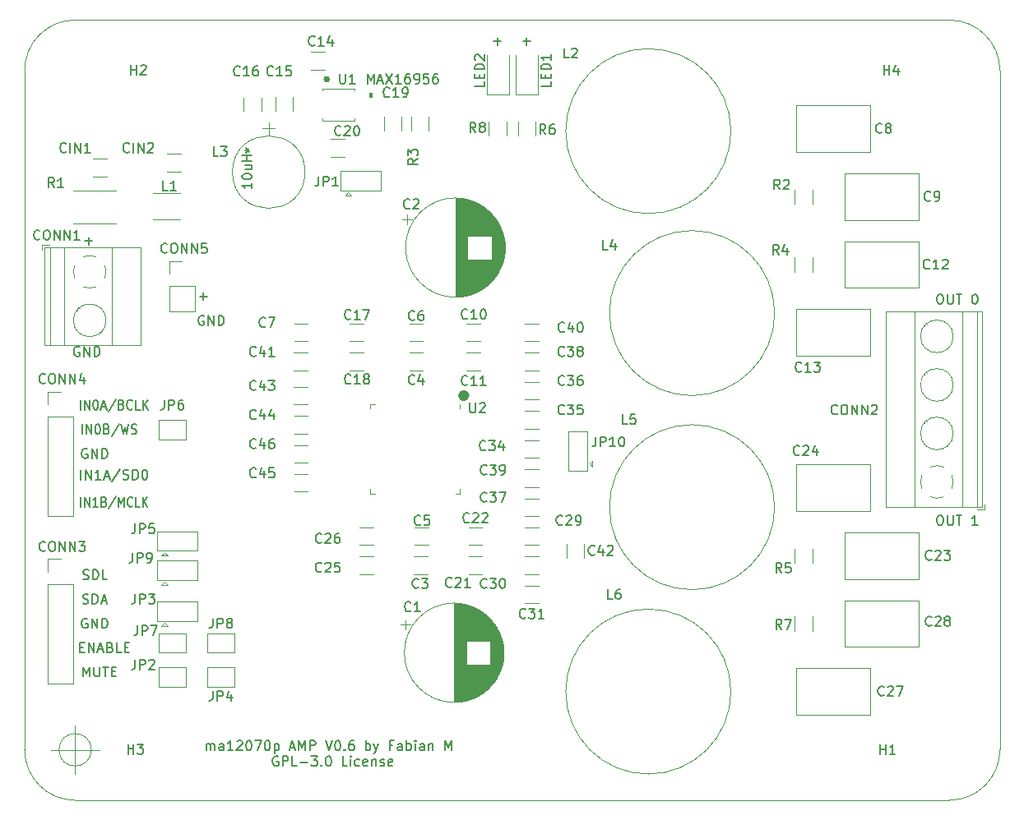
<source format=gbr>
%TF.GenerationSoftware,KiCad,Pcbnew,(6.0.0)*%
%TF.CreationDate,2022-01-08T20:11:28+01:00*%
%TF.ProjectId,ma12070p_amp_v06,6d613132-3037-4307-905f-616d705f7630,rev?*%
%TF.SameCoordinates,Original*%
%TF.FileFunction,Legend,Top*%
%TF.FilePolarity,Positive*%
%FSLAX45Y45*%
G04 Gerber Fmt 4.5, Leading zero omitted, Abs format (unit mm)*
G04 Created by KiCad (PCBNEW (6.0.0)) date 2022-01-08 20:11:28*
%MOMM*%
%LPD*%
G01*
G04 APERTURE LIST*
%ADD10C,0.560000*%
%ADD11C,0.360000*%
%TA.AperFunction,Profile*%
%ADD12C,0.050000*%
%TD*%
%ADD13C,0.150000*%
%ADD14C,0.120000*%
%ADD15C,0.100000*%
G04 APERTURE END LIST*
D10*
X15528000Y-8250000D02*
G75*
G03*
X15528000Y-8250000I-28000J0D01*
G01*
D11*
X14108000Y-4990000D02*
G75*
G03*
X14108000Y-4990000I-18000J0D01*
G01*
D12*
X10980000Y-11900000D02*
G75*
G03*
X11500000Y-12420000I520000J0D01*
G01*
X20500000Y-12419376D02*
G75*
G03*
X21019375Y-11899375I0J519376D01*
G01*
X11500000Y-4380000D02*
G75*
G03*
X10980000Y-4900000I0J-520000D01*
G01*
X21019375Y-4900000D02*
G75*
G03*
X20500000Y-4380625I-519375J0D01*
G01*
X21019375Y-4900000D02*
X21019375Y-11899375D01*
X11500000Y-4380000D02*
X20500000Y-4380625D01*
X10980000Y-11900000D02*
X10980000Y-4900000D01*
X20500000Y-12419376D02*
X11500000Y-12420000D01*
D13*
X11559524Y-9114738D02*
X11559524Y-9014738D01*
X11607143Y-9114738D02*
X11607143Y-9014738D01*
X11664286Y-9114738D01*
X11664286Y-9014738D01*
X11764286Y-9114738D02*
X11707143Y-9114738D01*
X11735714Y-9114738D02*
X11735714Y-9014738D01*
X11726190Y-9029024D01*
X11716667Y-9038548D01*
X11707143Y-9043310D01*
X11802381Y-9086167D02*
X11850000Y-9086167D01*
X11792857Y-9114738D02*
X11826190Y-9014738D01*
X11859524Y-9114738D01*
X11964286Y-9009976D02*
X11878571Y-9138548D01*
X11992857Y-9109976D02*
X12007143Y-9114738D01*
X12030952Y-9114738D01*
X12040476Y-9109976D01*
X12045238Y-9105214D01*
X12050000Y-9095690D01*
X12050000Y-9086167D01*
X12045238Y-9076643D01*
X12040476Y-9071881D01*
X12030952Y-9067119D01*
X12011905Y-9062357D01*
X12002381Y-9057595D01*
X11997619Y-9052833D01*
X11992857Y-9043310D01*
X11992857Y-9033786D01*
X11997619Y-9024262D01*
X12002381Y-9019500D01*
X12011905Y-9014738D01*
X12035714Y-9014738D01*
X12050000Y-9019500D01*
X12092857Y-9114738D02*
X12092857Y-9014738D01*
X12116667Y-9014738D01*
X12130952Y-9019500D01*
X12140476Y-9029024D01*
X12145238Y-9038548D01*
X12150000Y-9057595D01*
X12150000Y-9071881D01*
X12145238Y-9090929D01*
X12140476Y-9100452D01*
X12130952Y-9109976D01*
X12116667Y-9114738D01*
X12092857Y-9114738D01*
X12211905Y-9014738D02*
X12221428Y-9014738D01*
X12230952Y-9019500D01*
X12235714Y-9024262D01*
X12240476Y-9033786D01*
X12245238Y-9052833D01*
X12245238Y-9076643D01*
X12240476Y-9095690D01*
X12235714Y-9105214D01*
X12230952Y-9109976D01*
X12221428Y-9114738D01*
X12211905Y-9114738D01*
X12202381Y-9109976D01*
X12197619Y-9105214D01*
X12192857Y-9095690D01*
X12188095Y-9076643D01*
X12188095Y-9052833D01*
X12192857Y-9033786D01*
X12197619Y-9024262D01*
X12202381Y-9019500D01*
X12211905Y-9014738D01*
X12781905Y-7227143D02*
X12858095Y-7227143D01*
X12820000Y-7265238D02*
X12820000Y-7189048D01*
X20394286Y-9485238D02*
X20413333Y-9485238D01*
X20422857Y-9490000D01*
X20432381Y-9499524D01*
X20437143Y-9518571D01*
X20437143Y-9551905D01*
X20432381Y-9570952D01*
X20422857Y-9580476D01*
X20413333Y-9585238D01*
X20394286Y-9585238D01*
X20384762Y-9580476D01*
X20375238Y-9570952D01*
X20370476Y-9551905D01*
X20370476Y-9518571D01*
X20375238Y-9499524D01*
X20384762Y-9490000D01*
X20394286Y-9485238D01*
X20480000Y-9485238D02*
X20480000Y-9566190D01*
X20484762Y-9575714D01*
X20489524Y-9580476D01*
X20499048Y-9585238D01*
X20518095Y-9585238D01*
X20527619Y-9580476D01*
X20532381Y-9575714D01*
X20537143Y-9566190D01*
X20537143Y-9485238D01*
X20570476Y-9485238D02*
X20627619Y-9485238D01*
X20599048Y-9585238D02*
X20599048Y-9485238D01*
X20789524Y-9585238D02*
X20732381Y-9585238D01*
X20760952Y-9585238D02*
X20760952Y-9485238D01*
X20751429Y-9499524D01*
X20741905Y-9509048D01*
X20732381Y-9513810D01*
X11623809Y-8800000D02*
X11614286Y-8795238D01*
X11600000Y-8795238D01*
X11585714Y-8800000D01*
X11576190Y-8809524D01*
X11571428Y-8819048D01*
X11566667Y-8838095D01*
X11566667Y-8852381D01*
X11571428Y-8871429D01*
X11576190Y-8880952D01*
X11585714Y-8890476D01*
X11600000Y-8895238D01*
X11609524Y-8895238D01*
X11623809Y-8890476D01*
X11628571Y-8885714D01*
X11628571Y-8852381D01*
X11609524Y-8852381D01*
X11671428Y-8895238D02*
X11671428Y-8795238D01*
X11728571Y-8895238D01*
X11728571Y-8795238D01*
X11776190Y-8895238D02*
X11776190Y-8795238D01*
X11800000Y-8795238D01*
X11814286Y-8800000D01*
X11823809Y-8809524D01*
X11828571Y-8819048D01*
X11833333Y-8838095D01*
X11833333Y-8852381D01*
X11828571Y-8871429D01*
X11823809Y-8880952D01*
X11814286Y-8890476D01*
X11800000Y-8895238D01*
X11776190Y-8895238D01*
X16147143Y-4638095D02*
X16147143Y-4561905D01*
X16185238Y-4600000D02*
X16109048Y-4600000D01*
X11573571Y-8645238D02*
X11573571Y-8545238D01*
X11616428Y-8645238D02*
X11616428Y-8545238D01*
X11667857Y-8645238D01*
X11667857Y-8545238D01*
X11727857Y-8545238D02*
X11736428Y-8545238D01*
X11745000Y-8550000D01*
X11749286Y-8554762D01*
X11753571Y-8564286D01*
X11757857Y-8583333D01*
X11757857Y-8607143D01*
X11753571Y-8626190D01*
X11749286Y-8635714D01*
X11745000Y-8640476D01*
X11736428Y-8645238D01*
X11727857Y-8645238D01*
X11719286Y-8640476D01*
X11715000Y-8635714D01*
X11710714Y-8626190D01*
X11706428Y-8607143D01*
X11706428Y-8583333D01*
X11710714Y-8564286D01*
X11715000Y-8554762D01*
X11719286Y-8550000D01*
X11727857Y-8545238D01*
X11826428Y-8592857D02*
X11839286Y-8597619D01*
X11843571Y-8602381D01*
X11847857Y-8611905D01*
X11847857Y-8626190D01*
X11843571Y-8635714D01*
X11839286Y-8640476D01*
X11830714Y-8645238D01*
X11796428Y-8645238D01*
X11796428Y-8545238D01*
X11826428Y-8545238D01*
X11835000Y-8550000D01*
X11839286Y-8554762D01*
X11843571Y-8564286D01*
X11843571Y-8573810D01*
X11839286Y-8583333D01*
X11835000Y-8588095D01*
X11826428Y-8592857D01*
X11796428Y-8592857D01*
X11950714Y-8540476D02*
X11873571Y-8669048D01*
X11972143Y-8545238D02*
X11993571Y-8645238D01*
X12010714Y-8573810D01*
X12027857Y-8645238D01*
X12049286Y-8545238D01*
X12079286Y-8640476D02*
X12092143Y-8645238D01*
X12113571Y-8645238D01*
X12122143Y-8640476D01*
X12126428Y-8635714D01*
X12130714Y-8626190D01*
X12130714Y-8616667D01*
X12126428Y-8607143D01*
X12122143Y-8602381D01*
X12113571Y-8597619D01*
X12096428Y-8592857D01*
X12087857Y-8588095D01*
X12083571Y-8583333D01*
X12079286Y-8573810D01*
X12079286Y-8564286D01*
X12083571Y-8554762D01*
X12087857Y-8550000D01*
X12096428Y-8545238D01*
X12117857Y-8545238D01*
X12130714Y-8550000D01*
X11560000Y-9395238D02*
X11560000Y-9295238D01*
X11600476Y-9395238D02*
X11600476Y-9295238D01*
X11649048Y-9395238D01*
X11649048Y-9295238D01*
X11734048Y-9395238D02*
X11685476Y-9395238D01*
X11709762Y-9395238D02*
X11709762Y-9295238D01*
X11701667Y-9309524D01*
X11693571Y-9319048D01*
X11685476Y-9323810D01*
X11798809Y-9342857D02*
X11810952Y-9347619D01*
X11815000Y-9352381D01*
X11819048Y-9361905D01*
X11819048Y-9376190D01*
X11815000Y-9385714D01*
X11810952Y-9390476D01*
X11802857Y-9395238D01*
X11770476Y-9395238D01*
X11770476Y-9295238D01*
X11798809Y-9295238D01*
X11806905Y-9300000D01*
X11810952Y-9304762D01*
X11815000Y-9314286D01*
X11815000Y-9323810D01*
X11810952Y-9333333D01*
X11806905Y-9338095D01*
X11798809Y-9342857D01*
X11770476Y-9342857D01*
X11916190Y-9290476D02*
X11843333Y-9419048D01*
X11944524Y-9395238D02*
X11944524Y-9295238D01*
X11972857Y-9366667D01*
X12001190Y-9295238D01*
X12001190Y-9395238D01*
X12090238Y-9385714D02*
X12086190Y-9390476D01*
X12074048Y-9395238D01*
X12065952Y-9395238D01*
X12053809Y-9390476D01*
X12045714Y-9380952D01*
X12041667Y-9371429D01*
X12037619Y-9352381D01*
X12037619Y-9338095D01*
X12041667Y-9319048D01*
X12045714Y-9309524D01*
X12053809Y-9300000D01*
X12065952Y-9295238D01*
X12074048Y-9295238D01*
X12086190Y-9300000D01*
X12090238Y-9304762D01*
X12167143Y-9395238D02*
X12126667Y-9395238D01*
X12126667Y-9295238D01*
X12195476Y-9395238D02*
X12195476Y-9295238D01*
X12244048Y-9395238D02*
X12207619Y-9338095D01*
X12244048Y-9295238D02*
X12195476Y-9352381D01*
X11623809Y-10550000D02*
X11614286Y-10545238D01*
X11600000Y-10545238D01*
X11585714Y-10550000D01*
X11576190Y-10559524D01*
X11571428Y-10569048D01*
X11566667Y-10588095D01*
X11566667Y-10602381D01*
X11571428Y-10621429D01*
X11576190Y-10630952D01*
X11585714Y-10640476D01*
X11600000Y-10645238D01*
X11609524Y-10645238D01*
X11623809Y-10640476D01*
X11628571Y-10635714D01*
X11628571Y-10602381D01*
X11609524Y-10602381D01*
X11671428Y-10645238D02*
X11671428Y-10545238D01*
X11728571Y-10645238D01*
X11728571Y-10545238D01*
X11776190Y-10645238D02*
X11776190Y-10545238D01*
X11800000Y-10545238D01*
X11814286Y-10550000D01*
X11823809Y-10559524D01*
X11828571Y-10569048D01*
X11833333Y-10588095D01*
X11833333Y-10602381D01*
X11828571Y-10621429D01*
X11823809Y-10630952D01*
X11814286Y-10640476D01*
X11800000Y-10645238D01*
X11776190Y-10645238D01*
X11580952Y-11145238D02*
X11580952Y-11045238D01*
X11614286Y-11116667D01*
X11647619Y-11045238D01*
X11647619Y-11145238D01*
X11695238Y-11045238D02*
X11695238Y-11126190D01*
X11700000Y-11135714D01*
X11704762Y-11140476D01*
X11714286Y-11145238D01*
X11733333Y-11145238D01*
X11742857Y-11140476D01*
X11747619Y-11135714D01*
X11752381Y-11126190D01*
X11752381Y-11045238D01*
X11785714Y-11045238D02*
X11842857Y-11045238D01*
X11814286Y-11145238D02*
X11814286Y-11045238D01*
X11876190Y-11092857D02*
X11909524Y-11092857D01*
X11923809Y-11145238D02*
X11876190Y-11145238D01*
X11876190Y-11045238D01*
X11923809Y-11045238D01*
X11601905Y-6657143D02*
X11678095Y-6657143D01*
X11640000Y-6695238D02*
X11640000Y-6619048D01*
X12850000Y-11904738D02*
X12850000Y-11838071D01*
X12850000Y-11847595D02*
X12854762Y-11842833D01*
X12864286Y-11838071D01*
X12878571Y-11838071D01*
X12888095Y-11842833D01*
X12892857Y-11852357D01*
X12892857Y-11904738D01*
X12892857Y-11852357D02*
X12897619Y-11842833D01*
X12907143Y-11838071D01*
X12921428Y-11838071D01*
X12930952Y-11842833D01*
X12935714Y-11852357D01*
X12935714Y-11904738D01*
X13026190Y-11904738D02*
X13026190Y-11852357D01*
X13021428Y-11842833D01*
X13011905Y-11838071D01*
X12992857Y-11838071D01*
X12983333Y-11842833D01*
X13026190Y-11899976D02*
X13016667Y-11904738D01*
X12992857Y-11904738D01*
X12983333Y-11899976D01*
X12978571Y-11890452D01*
X12978571Y-11880928D01*
X12983333Y-11871405D01*
X12992857Y-11866643D01*
X13016667Y-11866643D01*
X13026190Y-11861881D01*
X13126190Y-11904738D02*
X13069048Y-11904738D01*
X13097619Y-11904738D02*
X13097619Y-11804738D01*
X13088095Y-11819024D01*
X13078571Y-11828548D01*
X13069048Y-11833309D01*
X13164286Y-11814262D02*
X13169048Y-11809500D01*
X13178571Y-11804738D01*
X13202381Y-11804738D01*
X13211905Y-11809500D01*
X13216667Y-11814262D01*
X13221428Y-11823786D01*
X13221428Y-11833309D01*
X13216667Y-11847595D01*
X13159524Y-11904738D01*
X13221428Y-11904738D01*
X13283333Y-11804738D02*
X13292857Y-11804738D01*
X13302381Y-11809500D01*
X13307143Y-11814262D01*
X13311905Y-11823786D01*
X13316667Y-11842833D01*
X13316667Y-11866643D01*
X13311905Y-11885690D01*
X13307143Y-11895214D01*
X13302381Y-11899976D01*
X13292857Y-11904738D01*
X13283333Y-11904738D01*
X13273809Y-11899976D01*
X13269048Y-11895214D01*
X13264286Y-11885690D01*
X13259524Y-11866643D01*
X13259524Y-11842833D01*
X13264286Y-11823786D01*
X13269048Y-11814262D01*
X13273809Y-11809500D01*
X13283333Y-11804738D01*
X13350000Y-11804738D02*
X13416667Y-11804738D01*
X13373809Y-11904738D01*
X13473809Y-11804738D02*
X13483333Y-11804738D01*
X13492857Y-11809500D01*
X13497619Y-11814262D01*
X13502381Y-11823786D01*
X13507143Y-11842833D01*
X13507143Y-11866643D01*
X13502381Y-11885690D01*
X13497619Y-11895214D01*
X13492857Y-11899976D01*
X13483333Y-11904738D01*
X13473809Y-11904738D01*
X13464286Y-11899976D01*
X13459524Y-11895214D01*
X13454762Y-11885690D01*
X13450000Y-11866643D01*
X13450000Y-11842833D01*
X13454762Y-11823786D01*
X13459524Y-11814262D01*
X13464286Y-11809500D01*
X13473809Y-11804738D01*
X13550000Y-11838071D02*
X13550000Y-11938071D01*
X13550000Y-11842833D02*
X13559524Y-11838071D01*
X13578571Y-11838071D01*
X13588095Y-11842833D01*
X13592857Y-11847595D01*
X13597619Y-11857119D01*
X13597619Y-11885690D01*
X13592857Y-11895214D01*
X13588095Y-11899976D01*
X13578571Y-11904738D01*
X13559524Y-11904738D01*
X13550000Y-11899976D01*
X13711905Y-11876167D02*
X13759524Y-11876167D01*
X13702381Y-11904738D02*
X13735714Y-11804738D01*
X13769048Y-11904738D01*
X13802381Y-11904738D02*
X13802381Y-11804738D01*
X13835714Y-11876167D01*
X13869048Y-11804738D01*
X13869048Y-11904738D01*
X13916667Y-11904738D02*
X13916667Y-11804738D01*
X13954762Y-11804738D01*
X13964286Y-11809500D01*
X13969048Y-11814262D01*
X13973809Y-11823786D01*
X13973809Y-11838071D01*
X13969048Y-11847595D01*
X13964286Y-11852357D01*
X13954762Y-11857119D01*
X13916667Y-11857119D01*
X14078571Y-11804738D02*
X14111905Y-11904738D01*
X14145238Y-11804738D01*
X14197619Y-11804738D02*
X14207143Y-11804738D01*
X14216667Y-11809500D01*
X14221428Y-11814262D01*
X14226190Y-11823786D01*
X14230952Y-11842833D01*
X14230952Y-11866643D01*
X14226190Y-11885690D01*
X14221428Y-11895214D01*
X14216667Y-11899976D01*
X14207143Y-11904738D01*
X14197619Y-11904738D01*
X14188095Y-11899976D01*
X14183333Y-11895214D01*
X14178571Y-11885690D01*
X14173809Y-11866643D01*
X14173809Y-11842833D01*
X14178571Y-11823786D01*
X14183333Y-11814262D01*
X14188095Y-11809500D01*
X14197619Y-11804738D01*
X14273809Y-11895214D02*
X14278571Y-11899976D01*
X14273809Y-11904738D01*
X14269048Y-11899976D01*
X14273809Y-11895214D01*
X14273809Y-11904738D01*
X14364286Y-11804738D02*
X14345238Y-11804738D01*
X14335714Y-11809500D01*
X14330952Y-11814262D01*
X14321428Y-11828548D01*
X14316667Y-11847595D01*
X14316667Y-11885690D01*
X14321428Y-11895214D01*
X14326190Y-11899976D01*
X14335714Y-11904738D01*
X14354762Y-11904738D01*
X14364286Y-11899976D01*
X14369048Y-11895214D01*
X14373809Y-11885690D01*
X14373809Y-11861881D01*
X14369048Y-11852357D01*
X14364286Y-11847595D01*
X14354762Y-11842833D01*
X14335714Y-11842833D01*
X14326190Y-11847595D01*
X14321428Y-11852357D01*
X14316667Y-11861881D01*
X14492857Y-11904738D02*
X14492857Y-11804738D01*
X14492857Y-11842833D02*
X14502381Y-11838071D01*
X14521428Y-11838071D01*
X14530952Y-11842833D01*
X14535714Y-11847595D01*
X14540476Y-11857119D01*
X14540476Y-11885690D01*
X14535714Y-11895214D01*
X14530952Y-11899976D01*
X14521428Y-11904738D01*
X14502381Y-11904738D01*
X14492857Y-11899976D01*
X14573809Y-11838071D02*
X14597619Y-11904738D01*
X14621428Y-11838071D02*
X14597619Y-11904738D01*
X14588095Y-11928548D01*
X14583333Y-11933309D01*
X14573809Y-11938071D01*
X14769048Y-11852357D02*
X14735714Y-11852357D01*
X14735714Y-11904738D02*
X14735714Y-11804738D01*
X14783333Y-11804738D01*
X14864286Y-11904738D02*
X14864286Y-11852357D01*
X14859524Y-11842833D01*
X14850000Y-11838071D01*
X14830952Y-11838071D01*
X14821428Y-11842833D01*
X14864286Y-11899976D02*
X14854762Y-11904738D01*
X14830952Y-11904738D01*
X14821428Y-11899976D01*
X14816667Y-11890452D01*
X14816667Y-11880928D01*
X14821428Y-11871405D01*
X14830952Y-11866643D01*
X14854762Y-11866643D01*
X14864286Y-11861881D01*
X14911905Y-11904738D02*
X14911905Y-11804738D01*
X14911905Y-11842833D02*
X14921428Y-11838071D01*
X14940476Y-11838071D01*
X14950000Y-11842833D01*
X14954762Y-11847595D01*
X14959524Y-11857119D01*
X14959524Y-11885690D01*
X14954762Y-11895214D01*
X14950000Y-11899976D01*
X14940476Y-11904738D01*
X14921428Y-11904738D01*
X14911905Y-11899976D01*
X15002381Y-11904738D02*
X15002381Y-11838071D01*
X15002381Y-11804738D02*
X14997619Y-11809500D01*
X15002381Y-11814262D01*
X15007143Y-11809500D01*
X15002381Y-11804738D01*
X15002381Y-11814262D01*
X15092857Y-11904738D02*
X15092857Y-11852357D01*
X15088095Y-11842833D01*
X15078571Y-11838071D01*
X15059524Y-11838071D01*
X15050000Y-11842833D01*
X15092857Y-11899976D02*
X15083333Y-11904738D01*
X15059524Y-11904738D01*
X15050000Y-11899976D01*
X15045238Y-11890452D01*
X15045238Y-11880928D01*
X15050000Y-11871405D01*
X15059524Y-11866643D01*
X15083333Y-11866643D01*
X15092857Y-11861881D01*
X15140476Y-11838071D02*
X15140476Y-11904738D01*
X15140476Y-11847595D02*
X15145238Y-11842833D01*
X15154762Y-11838071D01*
X15169048Y-11838071D01*
X15178571Y-11842833D01*
X15183333Y-11852357D01*
X15183333Y-11904738D01*
X15307143Y-11904738D02*
X15307143Y-11804738D01*
X15340476Y-11876167D01*
X15373809Y-11804738D01*
X15373809Y-11904738D01*
X13588095Y-11970500D02*
X13578571Y-11965738D01*
X13564286Y-11965738D01*
X13550000Y-11970500D01*
X13540476Y-11980024D01*
X13535714Y-11989548D01*
X13530952Y-12008595D01*
X13530952Y-12022881D01*
X13535714Y-12041928D01*
X13540476Y-12051452D01*
X13550000Y-12060976D01*
X13564286Y-12065738D01*
X13573809Y-12065738D01*
X13588095Y-12060976D01*
X13592857Y-12056214D01*
X13592857Y-12022881D01*
X13573809Y-12022881D01*
X13635714Y-12065738D02*
X13635714Y-11965738D01*
X13673809Y-11965738D01*
X13683333Y-11970500D01*
X13688095Y-11975262D01*
X13692857Y-11984786D01*
X13692857Y-11999071D01*
X13688095Y-12008595D01*
X13683333Y-12013357D01*
X13673809Y-12018119D01*
X13635714Y-12018119D01*
X13783333Y-12065738D02*
X13735714Y-12065738D01*
X13735714Y-11965738D01*
X13816667Y-12027643D02*
X13892857Y-12027643D01*
X13930952Y-11965738D02*
X13992857Y-11965738D01*
X13959524Y-12003833D01*
X13973809Y-12003833D01*
X13983333Y-12008595D01*
X13988095Y-12013357D01*
X13992857Y-12022881D01*
X13992857Y-12046690D01*
X13988095Y-12056214D01*
X13983333Y-12060976D01*
X13973809Y-12065738D01*
X13945238Y-12065738D01*
X13935714Y-12060976D01*
X13930952Y-12056214D01*
X14035714Y-12056214D02*
X14040476Y-12060976D01*
X14035714Y-12065738D01*
X14030952Y-12060976D01*
X14035714Y-12056214D01*
X14035714Y-12065738D01*
X14102381Y-11965738D02*
X14111905Y-11965738D01*
X14121428Y-11970500D01*
X14126190Y-11975262D01*
X14130952Y-11984786D01*
X14135714Y-12003833D01*
X14135714Y-12027643D01*
X14130952Y-12046690D01*
X14126190Y-12056214D01*
X14121428Y-12060976D01*
X14111905Y-12065738D01*
X14102381Y-12065738D01*
X14092857Y-12060976D01*
X14088095Y-12056214D01*
X14083333Y-12046690D01*
X14078571Y-12027643D01*
X14078571Y-12003833D01*
X14083333Y-11984786D01*
X14088095Y-11975262D01*
X14092857Y-11970500D01*
X14102381Y-11965738D01*
X14302381Y-12065738D02*
X14254762Y-12065738D01*
X14254762Y-11965738D01*
X14335714Y-12065738D02*
X14335714Y-11999071D01*
X14335714Y-11965738D02*
X14330952Y-11970500D01*
X14335714Y-11975262D01*
X14340476Y-11970500D01*
X14335714Y-11965738D01*
X14335714Y-11975262D01*
X14426190Y-12060976D02*
X14416667Y-12065738D01*
X14397619Y-12065738D01*
X14388095Y-12060976D01*
X14383333Y-12056214D01*
X14378571Y-12046690D01*
X14378571Y-12018119D01*
X14383333Y-12008595D01*
X14388095Y-12003833D01*
X14397619Y-11999071D01*
X14416667Y-11999071D01*
X14426190Y-12003833D01*
X14507143Y-12060976D02*
X14497619Y-12065738D01*
X14478571Y-12065738D01*
X14469048Y-12060976D01*
X14464286Y-12051452D01*
X14464286Y-12013357D01*
X14469048Y-12003833D01*
X14478571Y-11999071D01*
X14497619Y-11999071D01*
X14507143Y-12003833D01*
X14511905Y-12013357D01*
X14511905Y-12022881D01*
X14464286Y-12032405D01*
X14554762Y-11999071D02*
X14554762Y-12065738D01*
X14554762Y-12008595D02*
X14559524Y-12003833D01*
X14569048Y-11999071D01*
X14583333Y-11999071D01*
X14592857Y-12003833D01*
X14597619Y-12013357D01*
X14597619Y-12065738D01*
X14640476Y-12060976D02*
X14650000Y-12065738D01*
X14669048Y-12065738D01*
X14678571Y-12060976D01*
X14683333Y-12051452D01*
X14683333Y-12046690D01*
X14678571Y-12037167D01*
X14669048Y-12032405D01*
X14654762Y-12032405D01*
X14645238Y-12027643D01*
X14640476Y-12018119D01*
X14640476Y-12013357D01*
X14645238Y-12003833D01*
X14654762Y-11999071D01*
X14669048Y-11999071D01*
X14678571Y-12003833D01*
X14764286Y-12060976D02*
X14754762Y-12065738D01*
X14735714Y-12065738D01*
X14726190Y-12060976D01*
X14721428Y-12051452D01*
X14721428Y-12013357D01*
X14726190Y-12003833D01*
X14735714Y-11999071D01*
X14754762Y-11999071D01*
X14764286Y-12003833D01*
X14769048Y-12013357D01*
X14769048Y-12022881D01*
X14721428Y-12032405D01*
X11547619Y-10842857D02*
X11580952Y-10842857D01*
X11595238Y-10895238D02*
X11547619Y-10895238D01*
X11547619Y-10795238D01*
X11595238Y-10795238D01*
X11638095Y-10895238D02*
X11638095Y-10795238D01*
X11695238Y-10895238D01*
X11695238Y-10795238D01*
X11738095Y-10866667D02*
X11785714Y-10866667D01*
X11728571Y-10895238D02*
X11761905Y-10795238D01*
X11795238Y-10895238D01*
X11861905Y-10842857D02*
X11876190Y-10847619D01*
X11880952Y-10852381D01*
X11885714Y-10861905D01*
X11885714Y-10876190D01*
X11880952Y-10885714D01*
X11876190Y-10890476D01*
X11866667Y-10895238D01*
X11828571Y-10895238D01*
X11828571Y-10795238D01*
X11861905Y-10795238D01*
X11871428Y-10800000D01*
X11876190Y-10804762D01*
X11880952Y-10814286D01*
X11880952Y-10823810D01*
X11876190Y-10833333D01*
X11871428Y-10838095D01*
X11861905Y-10842857D01*
X11828571Y-10842857D01*
X11976190Y-10895238D02*
X11928571Y-10895238D01*
X11928571Y-10795238D01*
X12009524Y-10842857D02*
X12042857Y-10842857D01*
X12057143Y-10895238D02*
X12009524Y-10895238D01*
X12009524Y-10795238D01*
X12057143Y-10795238D01*
X11580952Y-10140476D02*
X11595238Y-10145238D01*
X11619048Y-10145238D01*
X11628571Y-10140476D01*
X11633333Y-10135714D01*
X11638095Y-10126190D01*
X11638095Y-10116667D01*
X11633333Y-10107143D01*
X11628571Y-10102381D01*
X11619048Y-10097619D01*
X11600000Y-10092857D01*
X11590476Y-10088095D01*
X11585714Y-10083333D01*
X11580952Y-10073810D01*
X11580952Y-10064286D01*
X11585714Y-10054762D01*
X11590476Y-10050000D01*
X11600000Y-10045238D01*
X11623809Y-10045238D01*
X11638095Y-10050000D01*
X11680952Y-10145238D02*
X11680952Y-10045238D01*
X11704762Y-10045238D01*
X11719048Y-10050000D01*
X11728571Y-10059524D01*
X11733333Y-10069048D01*
X11738095Y-10088095D01*
X11738095Y-10102381D01*
X11733333Y-10121429D01*
X11728571Y-10130952D01*
X11719048Y-10140476D01*
X11704762Y-10145238D01*
X11680952Y-10145238D01*
X11828571Y-10145238D02*
X11780952Y-10145238D01*
X11780952Y-10045238D01*
X11543809Y-7750000D02*
X11534286Y-7745238D01*
X11520000Y-7745238D01*
X11505714Y-7750000D01*
X11496190Y-7759524D01*
X11491428Y-7769048D01*
X11486667Y-7788095D01*
X11486667Y-7802381D01*
X11491428Y-7821428D01*
X11496190Y-7830952D01*
X11505714Y-7840476D01*
X11520000Y-7845238D01*
X11529524Y-7845238D01*
X11543809Y-7840476D01*
X11548571Y-7835714D01*
X11548571Y-7802381D01*
X11529524Y-7802381D01*
X11591428Y-7845238D02*
X11591428Y-7745238D01*
X11648571Y-7845238D01*
X11648571Y-7745238D01*
X11696190Y-7845238D02*
X11696190Y-7745238D01*
X11720000Y-7745238D01*
X11734286Y-7750000D01*
X11743809Y-7759524D01*
X11748571Y-7769048D01*
X11753333Y-7788095D01*
X11753333Y-7802381D01*
X11748571Y-7821428D01*
X11743809Y-7830952D01*
X11734286Y-7840476D01*
X11720000Y-7845238D01*
X11696190Y-7845238D01*
X15847143Y-4638095D02*
X15847143Y-4561905D01*
X15885238Y-4600000D02*
X15809048Y-4600000D01*
X11578571Y-10390476D02*
X11592857Y-10395238D01*
X11616667Y-10395238D01*
X11626190Y-10390476D01*
X11630952Y-10385714D01*
X11635714Y-10376190D01*
X11635714Y-10366667D01*
X11630952Y-10357143D01*
X11626190Y-10352381D01*
X11616667Y-10347619D01*
X11597619Y-10342857D01*
X11588095Y-10338095D01*
X11583333Y-10333333D01*
X11578571Y-10323810D01*
X11578571Y-10314286D01*
X11583333Y-10304762D01*
X11588095Y-10300000D01*
X11597619Y-10295238D01*
X11621428Y-10295238D01*
X11635714Y-10300000D01*
X11678571Y-10395238D02*
X11678571Y-10295238D01*
X11702381Y-10295238D01*
X11716667Y-10300000D01*
X11726190Y-10309524D01*
X11730952Y-10319048D01*
X11735714Y-10338095D01*
X11735714Y-10352381D01*
X11730952Y-10371429D01*
X11726190Y-10380952D01*
X11716667Y-10390476D01*
X11702381Y-10395238D01*
X11678571Y-10395238D01*
X11773809Y-10366667D02*
X11821428Y-10366667D01*
X11764286Y-10395238D02*
X11797619Y-10295238D01*
X11830952Y-10395238D01*
X11552857Y-8395238D02*
X11552857Y-8295238D01*
X11595714Y-8395238D02*
X11595714Y-8295238D01*
X11647143Y-8395238D01*
X11647143Y-8295238D01*
X11707143Y-8295238D02*
X11715714Y-8295238D01*
X11724286Y-8300000D01*
X11728571Y-8304762D01*
X11732857Y-8314286D01*
X11737143Y-8333333D01*
X11737143Y-8357143D01*
X11732857Y-8376190D01*
X11728571Y-8385714D01*
X11724286Y-8390476D01*
X11715714Y-8395238D01*
X11707143Y-8395238D01*
X11698571Y-8390476D01*
X11694286Y-8385714D01*
X11690000Y-8376190D01*
X11685714Y-8357143D01*
X11685714Y-8333333D01*
X11690000Y-8314286D01*
X11694286Y-8304762D01*
X11698571Y-8300000D01*
X11707143Y-8295238D01*
X11771428Y-8366667D02*
X11814286Y-8366667D01*
X11762857Y-8395238D02*
X11792857Y-8295238D01*
X11822857Y-8395238D01*
X11917143Y-8290476D02*
X11840000Y-8419048D01*
X11977143Y-8342857D02*
X11990000Y-8347619D01*
X11994286Y-8352381D01*
X11998571Y-8361905D01*
X11998571Y-8376190D01*
X11994286Y-8385714D01*
X11990000Y-8390476D01*
X11981428Y-8395238D01*
X11947143Y-8395238D01*
X11947143Y-8295238D01*
X11977143Y-8295238D01*
X11985714Y-8300000D01*
X11990000Y-8304762D01*
X11994286Y-8314286D01*
X11994286Y-8323809D01*
X11990000Y-8333333D01*
X11985714Y-8338095D01*
X11977143Y-8342857D01*
X11947143Y-8342857D01*
X12088571Y-8385714D02*
X12084286Y-8390476D01*
X12071428Y-8395238D01*
X12062857Y-8395238D01*
X12050000Y-8390476D01*
X12041428Y-8380952D01*
X12037143Y-8371428D01*
X12032857Y-8352381D01*
X12032857Y-8338095D01*
X12037143Y-8319048D01*
X12041428Y-8309524D01*
X12050000Y-8300000D01*
X12062857Y-8295238D01*
X12071428Y-8295238D01*
X12084286Y-8300000D01*
X12088571Y-8304762D01*
X12170000Y-8395238D02*
X12127143Y-8395238D01*
X12127143Y-8295238D01*
X12200000Y-8395238D02*
X12200000Y-8295238D01*
X12251428Y-8395238D02*
X12212857Y-8338095D01*
X12251428Y-8295238D02*
X12200000Y-8352381D01*
X12823809Y-7430000D02*
X12814286Y-7425238D01*
X12800000Y-7425238D01*
X12785714Y-7430000D01*
X12776190Y-7439524D01*
X12771428Y-7449048D01*
X12766667Y-7468095D01*
X12766667Y-7482381D01*
X12771428Y-7501428D01*
X12776190Y-7510952D01*
X12785714Y-7520476D01*
X12800000Y-7525238D01*
X12809524Y-7525238D01*
X12823809Y-7520476D01*
X12828571Y-7515714D01*
X12828571Y-7482381D01*
X12809524Y-7482381D01*
X12871428Y-7525238D02*
X12871428Y-7425238D01*
X12928571Y-7525238D01*
X12928571Y-7425238D01*
X12976190Y-7525238D02*
X12976190Y-7425238D01*
X13000000Y-7425238D01*
X13014286Y-7430000D01*
X13023809Y-7439524D01*
X13028571Y-7449048D01*
X13033333Y-7468095D01*
X13033333Y-7482381D01*
X13028571Y-7501428D01*
X13023809Y-7510952D01*
X13014286Y-7520476D01*
X13000000Y-7525238D01*
X12976190Y-7525238D01*
X20394286Y-7205238D02*
X20413333Y-7205238D01*
X20422857Y-7210000D01*
X20432381Y-7219524D01*
X20437143Y-7238571D01*
X20437143Y-7271905D01*
X20432381Y-7290952D01*
X20422857Y-7300476D01*
X20413333Y-7305238D01*
X20394286Y-7305238D01*
X20384762Y-7300476D01*
X20375238Y-7290952D01*
X20370476Y-7271905D01*
X20370476Y-7238571D01*
X20375238Y-7219524D01*
X20384762Y-7210000D01*
X20394286Y-7205238D01*
X20480000Y-7205238D02*
X20480000Y-7286190D01*
X20484762Y-7295714D01*
X20489524Y-7300476D01*
X20499048Y-7305238D01*
X20518095Y-7305238D01*
X20527619Y-7300476D01*
X20532381Y-7295714D01*
X20537143Y-7286190D01*
X20537143Y-7205238D01*
X20570476Y-7205238D02*
X20627619Y-7205238D01*
X20599048Y-7305238D02*
X20599048Y-7205238D01*
X20756190Y-7205238D02*
X20765714Y-7205238D01*
X20775238Y-7210000D01*
X20780000Y-7214762D01*
X20784762Y-7224286D01*
X20789524Y-7243333D01*
X20789524Y-7267143D01*
X20784762Y-7286190D01*
X20780000Y-7295714D01*
X20775238Y-7300476D01*
X20765714Y-7305238D01*
X20756190Y-7305238D01*
X20746667Y-7300476D01*
X20741905Y-7295714D01*
X20737143Y-7286190D01*
X20732381Y-7267143D01*
X20732381Y-7243333D01*
X20737143Y-7224286D01*
X20741905Y-7214762D01*
X20746667Y-7210000D01*
X20756190Y-7205238D01*
D12*
X11666667Y-11900000D02*
G75*
G03*
X11666667Y-11900000I-166667J0D01*
G01*
X11250000Y-11900000D02*
X11750000Y-11900000D01*
X11500000Y-11650000D02*
X11500000Y-12150000D01*
D13*
%TO.C,JP10*%
X16859048Y-8675238D02*
X16859048Y-8746667D01*
X16854286Y-8760952D01*
X16844762Y-8770476D01*
X16830476Y-8775238D01*
X16820952Y-8775238D01*
X16906667Y-8775238D02*
X16906667Y-8675238D01*
X16944762Y-8675238D01*
X16954286Y-8680000D01*
X16959048Y-8684762D01*
X16963810Y-8694286D01*
X16963810Y-8708571D01*
X16959048Y-8718095D01*
X16954286Y-8722857D01*
X16944762Y-8727619D01*
X16906667Y-8727619D01*
X17059048Y-8775238D02*
X17001905Y-8775238D01*
X17030476Y-8775238D02*
X17030476Y-8675238D01*
X17020952Y-8689524D01*
X17011429Y-8699048D01*
X17001905Y-8703810D01*
X17120952Y-8675238D02*
X17130476Y-8675238D01*
X17140000Y-8680000D01*
X17144762Y-8684762D01*
X17149524Y-8694286D01*
X17154286Y-8713333D01*
X17154286Y-8737143D01*
X17149524Y-8756190D01*
X17144762Y-8765714D01*
X17140000Y-8770476D01*
X17130476Y-8775238D01*
X17120952Y-8775238D01*
X17111429Y-8770476D01*
X17106667Y-8765714D01*
X17101905Y-8756190D01*
X17097143Y-8737143D01*
X17097143Y-8713333D01*
X17101905Y-8694286D01*
X17106667Y-8684762D01*
X17111429Y-8680000D01*
X17120952Y-8675238D01*
%TO.C,C27*%
X19825714Y-11335714D02*
X19820952Y-11340476D01*
X19806667Y-11345238D01*
X19797143Y-11345238D01*
X19782857Y-11340476D01*
X19773333Y-11330952D01*
X19768571Y-11321428D01*
X19763810Y-11302381D01*
X19763810Y-11288095D01*
X19768571Y-11269048D01*
X19773333Y-11259524D01*
X19782857Y-11250000D01*
X19797143Y-11245238D01*
X19806667Y-11245238D01*
X19820952Y-11250000D01*
X19825714Y-11254762D01*
X19863810Y-11254762D02*
X19868571Y-11250000D01*
X19878095Y-11245238D01*
X19901905Y-11245238D01*
X19911429Y-11250000D01*
X19916190Y-11254762D01*
X19920952Y-11264286D01*
X19920952Y-11273809D01*
X19916190Y-11288095D01*
X19859048Y-11345238D01*
X19920952Y-11345238D01*
X19954286Y-11245238D02*
X20020952Y-11245238D01*
X19978095Y-11345238D01*
%TO.C,JP4*%
X12916667Y-11295238D02*
X12916667Y-11366667D01*
X12911905Y-11380952D01*
X12902381Y-11390476D01*
X12888095Y-11395238D01*
X12878571Y-11395238D01*
X12964286Y-11395238D02*
X12964286Y-11295238D01*
X13002381Y-11295238D01*
X13011905Y-11300000D01*
X13016667Y-11304762D01*
X13021428Y-11314286D01*
X13021428Y-11328571D01*
X13016667Y-11338095D01*
X13011905Y-11342857D01*
X13002381Y-11347619D01*
X12964286Y-11347619D01*
X13107143Y-11328571D02*
X13107143Y-11395238D01*
X13083333Y-11290476D02*
X13059524Y-11361905D01*
X13121428Y-11361905D01*
%TO.C,C7*%
X13458333Y-7535714D02*
X13453571Y-7540476D01*
X13439286Y-7545238D01*
X13429762Y-7545238D01*
X13415476Y-7540476D01*
X13405952Y-7530952D01*
X13401190Y-7521428D01*
X13396428Y-7502381D01*
X13396428Y-7488095D01*
X13401190Y-7469048D01*
X13405952Y-7459524D01*
X13415476Y-7450000D01*
X13429762Y-7445238D01*
X13439286Y-7445238D01*
X13453571Y-7450000D01*
X13458333Y-7454762D01*
X13491667Y-7445238D02*
X13558333Y-7445238D01*
X13515476Y-7545238D01*
%TO.C,C29*%
X16515714Y-9575714D02*
X16510952Y-9580476D01*
X16496667Y-9585238D01*
X16487143Y-9585238D01*
X16472857Y-9580476D01*
X16463333Y-9570952D01*
X16458571Y-9561429D01*
X16453809Y-9542381D01*
X16453809Y-9528095D01*
X16458571Y-9509048D01*
X16463333Y-9499524D01*
X16472857Y-9490000D01*
X16487143Y-9485238D01*
X16496667Y-9485238D01*
X16510952Y-9490000D01*
X16515714Y-9494762D01*
X16553809Y-9494762D02*
X16558571Y-9490000D01*
X16568095Y-9485238D01*
X16591905Y-9485238D01*
X16601428Y-9490000D01*
X16606190Y-9494762D01*
X16610952Y-9504286D01*
X16610952Y-9513810D01*
X16606190Y-9528095D01*
X16549048Y-9585238D01*
X16610952Y-9585238D01*
X16658571Y-9585238D02*
X16677619Y-9585238D01*
X16687143Y-9580476D01*
X16691905Y-9575714D01*
X16701428Y-9561429D01*
X16706190Y-9542381D01*
X16706190Y-9504286D01*
X16701428Y-9494762D01*
X16696667Y-9490000D01*
X16687143Y-9485238D01*
X16668095Y-9485238D01*
X16658571Y-9490000D01*
X16653809Y-9494762D01*
X16649048Y-9504286D01*
X16649048Y-9528095D01*
X16653809Y-9537619D01*
X16658571Y-9542381D01*
X16668095Y-9547143D01*
X16687143Y-9547143D01*
X16696667Y-9542381D01*
X16701428Y-9537619D01*
X16706190Y-9528095D01*
%TO.C,CONN4*%
X11191190Y-8115714D02*
X11186428Y-8120476D01*
X11172143Y-8125238D01*
X11162619Y-8125238D01*
X11148333Y-8120476D01*
X11138810Y-8110952D01*
X11134048Y-8101428D01*
X11129286Y-8082381D01*
X11129286Y-8068095D01*
X11134048Y-8049048D01*
X11138810Y-8039524D01*
X11148333Y-8030000D01*
X11162619Y-8025238D01*
X11172143Y-8025238D01*
X11186428Y-8030000D01*
X11191190Y-8034762D01*
X11253095Y-8025238D02*
X11272143Y-8025238D01*
X11281667Y-8030000D01*
X11291190Y-8039524D01*
X11295952Y-8058571D01*
X11295952Y-8091905D01*
X11291190Y-8110952D01*
X11281667Y-8120476D01*
X11272143Y-8125238D01*
X11253095Y-8125238D01*
X11243571Y-8120476D01*
X11234048Y-8110952D01*
X11229286Y-8091905D01*
X11229286Y-8058571D01*
X11234048Y-8039524D01*
X11243571Y-8030000D01*
X11253095Y-8025238D01*
X11338809Y-8125238D02*
X11338809Y-8025238D01*
X11395952Y-8125238D01*
X11395952Y-8025238D01*
X11443571Y-8125238D02*
X11443571Y-8025238D01*
X11500714Y-8125238D01*
X11500714Y-8025238D01*
X11591190Y-8058571D02*
X11591190Y-8125238D01*
X11567381Y-8020476D02*
X11543571Y-8091905D01*
X11605476Y-8091905D01*
%TO.C,CIN2*%
X12057143Y-5735714D02*
X12052381Y-5740476D01*
X12038095Y-5745238D01*
X12028571Y-5745238D01*
X12014286Y-5740476D01*
X12004762Y-5730952D01*
X12000000Y-5721428D01*
X11995238Y-5702381D01*
X11995238Y-5688095D01*
X12000000Y-5669048D01*
X12004762Y-5659524D01*
X12014286Y-5650000D01*
X12028571Y-5645238D01*
X12038095Y-5645238D01*
X12052381Y-5650000D01*
X12057143Y-5654762D01*
X12100000Y-5745238D02*
X12100000Y-5645238D01*
X12147619Y-5745238D02*
X12147619Y-5645238D01*
X12204762Y-5745238D01*
X12204762Y-5645238D01*
X12247619Y-5654762D02*
X12252381Y-5650000D01*
X12261905Y-5645238D01*
X12285714Y-5645238D01*
X12295238Y-5650000D01*
X12300000Y-5654762D01*
X12304762Y-5664286D01*
X12304762Y-5673809D01*
X12300000Y-5688095D01*
X12242857Y-5745238D01*
X12304762Y-5745238D01*
%TO.C,C36*%
X16535714Y-8135714D02*
X16530952Y-8140476D01*
X16516667Y-8145238D01*
X16507143Y-8145238D01*
X16492857Y-8140476D01*
X16483333Y-8130952D01*
X16478571Y-8121428D01*
X16473809Y-8102381D01*
X16473809Y-8088095D01*
X16478571Y-8069048D01*
X16483333Y-8059524D01*
X16492857Y-8050000D01*
X16507143Y-8045238D01*
X16516667Y-8045238D01*
X16530952Y-8050000D01*
X16535714Y-8054762D01*
X16569048Y-8045238D02*
X16630952Y-8045238D01*
X16597619Y-8083333D01*
X16611905Y-8083333D01*
X16621428Y-8088095D01*
X16626190Y-8092857D01*
X16630952Y-8102381D01*
X16630952Y-8126190D01*
X16626190Y-8135714D01*
X16621428Y-8140476D01*
X16611905Y-8145238D01*
X16583333Y-8145238D01*
X16573809Y-8140476D01*
X16569048Y-8135714D01*
X16716667Y-8045238D02*
X16697619Y-8045238D01*
X16688095Y-8050000D01*
X16683333Y-8054762D01*
X16673809Y-8069048D01*
X16669048Y-8088095D01*
X16669048Y-8126190D01*
X16673809Y-8135714D01*
X16678571Y-8140476D01*
X16688095Y-8145238D01*
X16707143Y-8145238D01*
X16716667Y-8140476D01*
X16721428Y-8135714D01*
X16726190Y-8126190D01*
X16726190Y-8102381D01*
X16721428Y-8092857D01*
X16716667Y-8088095D01*
X16707143Y-8083333D01*
X16688095Y-8083333D01*
X16678571Y-8088095D01*
X16673809Y-8092857D01*
X16669048Y-8102381D01*
%TO.C,C10*%
X15537714Y-7450714D02*
X15532952Y-7455476D01*
X15518667Y-7460238D01*
X15509143Y-7460238D01*
X15494857Y-7455476D01*
X15485333Y-7445952D01*
X15480571Y-7436428D01*
X15475809Y-7417381D01*
X15475809Y-7403095D01*
X15480571Y-7384048D01*
X15485333Y-7374524D01*
X15494857Y-7365000D01*
X15509143Y-7360238D01*
X15518667Y-7360238D01*
X15532952Y-7365000D01*
X15537714Y-7369762D01*
X15632952Y-7460238D02*
X15575809Y-7460238D01*
X15604381Y-7460238D02*
X15604381Y-7360238D01*
X15594857Y-7374524D01*
X15585333Y-7384048D01*
X15575809Y-7388809D01*
X15694857Y-7360238D02*
X15704381Y-7360238D01*
X15713905Y-7365000D01*
X15718667Y-7369762D01*
X15723428Y-7379286D01*
X15728190Y-7398333D01*
X15728190Y-7422143D01*
X15723428Y-7441190D01*
X15718667Y-7450714D01*
X15713905Y-7455476D01*
X15704381Y-7460238D01*
X15694857Y-7460238D01*
X15685333Y-7455476D01*
X15680571Y-7450714D01*
X15675809Y-7441190D01*
X15671048Y-7422143D01*
X15671048Y-7398333D01*
X15675809Y-7379286D01*
X15680571Y-7369762D01*
X15685333Y-7365000D01*
X15694857Y-7360238D01*
%TO.C,C18*%
X14335714Y-8120714D02*
X14330952Y-8125476D01*
X14316667Y-8130238D01*
X14307143Y-8130238D01*
X14292857Y-8125476D01*
X14283333Y-8115952D01*
X14278571Y-8106428D01*
X14273809Y-8087381D01*
X14273809Y-8073095D01*
X14278571Y-8054048D01*
X14283333Y-8044524D01*
X14292857Y-8035000D01*
X14307143Y-8030238D01*
X14316667Y-8030238D01*
X14330952Y-8035000D01*
X14335714Y-8039762D01*
X14430952Y-8130238D02*
X14373809Y-8130238D01*
X14402381Y-8130238D02*
X14402381Y-8030238D01*
X14392857Y-8044524D01*
X14383333Y-8054048D01*
X14373809Y-8058809D01*
X14488095Y-8073095D02*
X14478571Y-8068333D01*
X14473809Y-8063571D01*
X14469048Y-8054048D01*
X14469048Y-8049286D01*
X14473809Y-8039762D01*
X14478571Y-8035000D01*
X14488095Y-8030238D01*
X14507143Y-8030238D01*
X14516667Y-8035000D01*
X14521428Y-8039762D01*
X14526190Y-8049286D01*
X14526190Y-8054048D01*
X14521428Y-8063571D01*
X14516667Y-8068333D01*
X14507143Y-8073095D01*
X14488095Y-8073095D01*
X14478571Y-8077857D01*
X14473809Y-8082619D01*
X14469048Y-8092143D01*
X14469048Y-8111190D01*
X14473809Y-8120714D01*
X14478571Y-8125476D01*
X14488095Y-8130238D01*
X14507143Y-8130238D01*
X14516667Y-8125476D01*
X14521428Y-8120714D01*
X14526190Y-8111190D01*
X14526190Y-8092143D01*
X14521428Y-8082619D01*
X14516667Y-8077857D01*
X14507143Y-8073095D01*
%TO.C,C40*%
X16535714Y-7585714D02*
X16530952Y-7590476D01*
X16516667Y-7595238D01*
X16507143Y-7595238D01*
X16492857Y-7590476D01*
X16483333Y-7580952D01*
X16478571Y-7571428D01*
X16473809Y-7552381D01*
X16473809Y-7538095D01*
X16478571Y-7519048D01*
X16483333Y-7509524D01*
X16492857Y-7500000D01*
X16507143Y-7495238D01*
X16516667Y-7495238D01*
X16530952Y-7500000D01*
X16535714Y-7504762D01*
X16621428Y-7528571D02*
X16621428Y-7595238D01*
X16597619Y-7490476D02*
X16573809Y-7561905D01*
X16635714Y-7561905D01*
X16692857Y-7495238D02*
X16702381Y-7495238D01*
X16711905Y-7500000D01*
X16716667Y-7504762D01*
X16721428Y-7514286D01*
X16726190Y-7533333D01*
X16726190Y-7557143D01*
X16721428Y-7576190D01*
X16716667Y-7585714D01*
X16711905Y-7590476D01*
X16702381Y-7595238D01*
X16692857Y-7595238D01*
X16683333Y-7590476D01*
X16678571Y-7585714D01*
X16673809Y-7576190D01*
X16669048Y-7557143D01*
X16669048Y-7533333D01*
X16673809Y-7514286D01*
X16678571Y-7504762D01*
X16683333Y-7500000D01*
X16692857Y-7495238D01*
%TO.C,C4*%
X14993333Y-8125714D02*
X14988571Y-8130476D01*
X14974286Y-8135238D01*
X14964762Y-8135238D01*
X14950476Y-8130476D01*
X14940952Y-8120952D01*
X14936190Y-8111428D01*
X14931428Y-8092381D01*
X14931428Y-8078095D01*
X14936190Y-8059048D01*
X14940952Y-8049524D01*
X14950476Y-8040000D01*
X14964762Y-8035238D01*
X14974286Y-8035238D01*
X14988571Y-8040000D01*
X14993333Y-8044762D01*
X15079048Y-8068571D02*
X15079048Y-8135238D01*
X15055238Y-8030476D02*
X15031428Y-8101905D01*
X15093333Y-8101905D01*
%TO.C,C16*%
X13195714Y-4945714D02*
X13190952Y-4950476D01*
X13176667Y-4955238D01*
X13167143Y-4955238D01*
X13152857Y-4950476D01*
X13143333Y-4940952D01*
X13138571Y-4931429D01*
X13133809Y-4912381D01*
X13133809Y-4898095D01*
X13138571Y-4879048D01*
X13143333Y-4869524D01*
X13152857Y-4860000D01*
X13167143Y-4855238D01*
X13176667Y-4855238D01*
X13190952Y-4860000D01*
X13195714Y-4864762D01*
X13290952Y-4955238D02*
X13233809Y-4955238D01*
X13262381Y-4955238D02*
X13262381Y-4855238D01*
X13252857Y-4869524D01*
X13243333Y-4879048D01*
X13233809Y-4883810D01*
X13376667Y-4855238D02*
X13357619Y-4855238D01*
X13348095Y-4860000D01*
X13343333Y-4864762D01*
X13333809Y-4879048D01*
X13329048Y-4898095D01*
X13329048Y-4936190D01*
X13333809Y-4945714D01*
X13338571Y-4950476D01*
X13348095Y-4955238D01*
X13367143Y-4955238D01*
X13376667Y-4950476D01*
X13381428Y-4945714D01*
X13386190Y-4936190D01*
X13386190Y-4912381D01*
X13381428Y-4902857D01*
X13376667Y-4898095D01*
X13367143Y-4893333D01*
X13348095Y-4893333D01*
X13338571Y-4898095D01*
X13333809Y-4902857D01*
X13329048Y-4912381D01*
%TO.C,C21*%
X15375714Y-10215714D02*
X15370952Y-10220476D01*
X15356667Y-10225238D01*
X15347143Y-10225238D01*
X15332857Y-10220476D01*
X15323333Y-10210952D01*
X15318571Y-10201429D01*
X15313809Y-10182381D01*
X15313809Y-10168095D01*
X15318571Y-10149048D01*
X15323333Y-10139524D01*
X15332857Y-10130000D01*
X15347143Y-10125238D01*
X15356667Y-10125238D01*
X15370952Y-10130000D01*
X15375714Y-10134762D01*
X15413809Y-10134762D02*
X15418571Y-10130000D01*
X15428095Y-10125238D01*
X15451905Y-10125238D01*
X15461428Y-10130000D01*
X15466190Y-10134762D01*
X15470952Y-10144286D01*
X15470952Y-10153810D01*
X15466190Y-10168095D01*
X15409048Y-10225238D01*
X15470952Y-10225238D01*
X15566190Y-10225238D02*
X15509048Y-10225238D01*
X15537619Y-10225238D02*
X15537619Y-10125238D01*
X15528095Y-10139524D01*
X15518571Y-10149048D01*
X15509048Y-10153810D01*
%TO.C,C20*%
X14235714Y-5560714D02*
X14230952Y-5565476D01*
X14216667Y-5570238D01*
X14207143Y-5570238D01*
X14192857Y-5565476D01*
X14183333Y-5555952D01*
X14178571Y-5546429D01*
X14173809Y-5527381D01*
X14173809Y-5513095D01*
X14178571Y-5494048D01*
X14183333Y-5484524D01*
X14192857Y-5475000D01*
X14207143Y-5470238D01*
X14216667Y-5470238D01*
X14230952Y-5475000D01*
X14235714Y-5479762D01*
X14273809Y-5479762D02*
X14278571Y-5475000D01*
X14288095Y-5470238D01*
X14311905Y-5470238D01*
X14321428Y-5475000D01*
X14326190Y-5479762D01*
X14330952Y-5489286D01*
X14330952Y-5498810D01*
X14326190Y-5513095D01*
X14269048Y-5570238D01*
X14330952Y-5570238D01*
X14392857Y-5470238D02*
X14402381Y-5470238D01*
X14411905Y-5475000D01*
X14416667Y-5479762D01*
X14421428Y-5489286D01*
X14426190Y-5508333D01*
X14426190Y-5532143D01*
X14421428Y-5551190D01*
X14416667Y-5560714D01*
X14411905Y-5565476D01*
X14402381Y-5570238D01*
X14392857Y-5570238D01*
X14383333Y-5565476D01*
X14378571Y-5560714D01*
X14373809Y-5551190D01*
X14369048Y-5532143D01*
X14369048Y-5508333D01*
X14373809Y-5489286D01*
X14378571Y-5479762D01*
X14383333Y-5475000D01*
X14392857Y-5470238D01*
%TO.C,CONN3*%
X11191190Y-9845714D02*
X11186428Y-9850476D01*
X11172143Y-9855238D01*
X11162619Y-9855238D01*
X11148333Y-9850476D01*
X11138810Y-9840952D01*
X11134048Y-9831429D01*
X11129286Y-9812381D01*
X11129286Y-9798095D01*
X11134048Y-9779048D01*
X11138810Y-9769524D01*
X11148333Y-9760000D01*
X11162619Y-9755238D01*
X11172143Y-9755238D01*
X11186428Y-9760000D01*
X11191190Y-9764762D01*
X11253095Y-9755238D02*
X11272143Y-9755238D01*
X11281667Y-9760000D01*
X11291190Y-9769524D01*
X11295952Y-9788571D01*
X11295952Y-9821905D01*
X11291190Y-9840952D01*
X11281667Y-9850476D01*
X11272143Y-9855238D01*
X11253095Y-9855238D01*
X11243571Y-9850476D01*
X11234048Y-9840952D01*
X11229286Y-9821905D01*
X11229286Y-9788571D01*
X11234048Y-9769524D01*
X11243571Y-9760000D01*
X11253095Y-9755238D01*
X11338809Y-9855238D02*
X11338809Y-9755238D01*
X11395952Y-9855238D01*
X11395952Y-9755238D01*
X11443571Y-9855238D02*
X11443571Y-9755238D01*
X11500714Y-9855238D01*
X11500714Y-9755238D01*
X11538809Y-9755238D02*
X11600714Y-9755238D01*
X11567381Y-9793333D01*
X11581667Y-9793333D01*
X11591190Y-9798095D01*
X11595952Y-9802857D01*
X11600714Y-9812381D01*
X11600714Y-9836190D01*
X11595952Y-9845714D01*
X11591190Y-9850476D01*
X11581667Y-9855238D01*
X11553095Y-9855238D01*
X11543571Y-9850476D01*
X11538809Y-9845714D01*
%TO.C,CONN2*%
X19346190Y-8435714D02*
X19341429Y-8440476D01*
X19327143Y-8445238D01*
X19317619Y-8445238D01*
X19303333Y-8440476D01*
X19293810Y-8430952D01*
X19289048Y-8421429D01*
X19284286Y-8402381D01*
X19284286Y-8388095D01*
X19289048Y-8369048D01*
X19293810Y-8359524D01*
X19303333Y-8350000D01*
X19317619Y-8345238D01*
X19327143Y-8345238D01*
X19341429Y-8350000D01*
X19346190Y-8354762D01*
X19408095Y-8345238D02*
X19427143Y-8345238D01*
X19436667Y-8350000D01*
X19446190Y-8359524D01*
X19450952Y-8378571D01*
X19450952Y-8411905D01*
X19446190Y-8430952D01*
X19436667Y-8440476D01*
X19427143Y-8445238D01*
X19408095Y-8445238D01*
X19398571Y-8440476D01*
X19389048Y-8430952D01*
X19384286Y-8411905D01*
X19384286Y-8378571D01*
X19389048Y-8359524D01*
X19398571Y-8350000D01*
X19408095Y-8345238D01*
X19493810Y-8445238D02*
X19493810Y-8345238D01*
X19550952Y-8445238D01*
X19550952Y-8345238D01*
X19598571Y-8445238D02*
X19598571Y-8345238D01*
X19655714Y-8445238D01*
X19655714Y-8345238D01*
X19698571Y-8354762D02*
X19703333Y-8350000D01*
X19712857Y-8345238D01*
X19736667Y-8345238D01*
X19746190Y-8350000D01*
X19750952Y-8354762D01*
X19755714Y-8364286D01*
X19755714Y-8373809D01*
X19750952Y-8388095D01*
X19693810Y-8445238D01*
X19755714Y-8445238D01*
%TO.C,L2*%
X16583333Y-4770238D02*
X16535714Y-4770238D01*
X16535714Y-4670238D01*
X16611905Y-4679762D02*
X16616667Y-4675000D01*
X16626190Y-4670238D01*
X16650000Y-4670238D01*
X16659524Y-4675000D01*
X16664286Y-4679762D01*
X16669048Y-4689286D01*
X16669048Y-4698810D01*
X16664286Y-4713095D01*
X16607143Y-4770238D01*
X16669048Y-4770238D01*
%TO.C,C23*%
X20315714Y-9935714D02*
X20310952Y-9940476D01*
X20296667Y-9945238D01*
X20287143Y-9945238D01*
X20272857Y-9940476D01*
X20263333Y-9930952D01*
X20258571Y-9921429D01*
X20253810Y-9902381D01*
X20253810Y-9888095D01*
X20258571Y-9869048D01*
X20263333Y-9859524D01*
X20272857Y-9850000D01*
X20287143Y-9845238D01*
X20296667Y-9845238D01*
X20310952Y-9850000D01*
X20315714Y-9854762D01*
X20353810Y-9854762D02*
X20358571Y-9850000D01*
X20368095Y-9845238D01*
X20391905Y-9845238D01*
X20401429Y-9850000D01*
X20406190Y-9854762D01*
X20410952Y-9864286D01*
X20410952Y-9873810D01*
X20406190Y-9888095D01*
X20349048Y-9945238D01*
X20410952Y-9945238D01*
X20444286Y-9845238D02*
X20506190Y-9845238D01*
X20472857Y-9883333D01*
X20487143Y-9883333D01*
X20496667Y-9888095D01*
X20501429Y-9892857D01*
X20506190Y-9902381D01*
X20506190Y-9926190D01*
X20501429Y-9935714D01*
X20496667Y-9940476D01*
X20487143Y-9945238D01*
X20458571Y-9945238D01*
X20449048Y-9940476D01*
X20444286Y-9935714D01*
%TO.C,C42*%
X16845714Y-9885714D02*
X16840952Y-9890476D01*
X16826667Y-9895238D01*
X16817143Y-9895238D01*
X16802857Y-9890476D01*
X16793333Y-9880952D01*
X16788571Y-9871429D01*
X16783810Y-9852381D01*
X16783810Y-9838095D01*
X16788571Y-9819048D01*
X16793333Y-9809524D01*
X16802857Y-9800000D01*
X16817143Y-9795238D01*
X16826667Y-9795238D01*
X16840952Y-9800000D01*
X16845714Y-9804762D01*
X16931429Y-9828571D02*
X16931429Y-9895238D01*
X16907619Y-9790476D02*
X16883810Y-9861905D01*
X16945714Y-9861905D01*
X16979048Y-9804762D02*
X16983810Y-9800000D01*
X16993333Y-9795238D01*
X17017143Y-9795238D01*
X17026667Y-9800000D01*
X17031429Y-9804762D01*
X17036190Y-9814286D01*
X17036190Y-9823810D01*
X17031429Y-9838095D01*
X16974286Y-9895238D01*
X17036190Y-9895238D01*
%TO.C,C34*%
X15725714Y-8805714D02*
X15720952Y-8810476D01*
X15706667Y-8815238D01*
X15697143Y-8815238D01*
X15682857Y-8810476D01*
X15673333Y-8800952D01*
X15668571Y-8791429D01*
X15663809Y-8772381D01*
X15663809Y-8758095D01*
X15668571Y-8739048D01*
X15673333Y-8729524D01*
X15682857Y-8720000D01*
X15697143Y-8715238D01*
X15706667Y-8715238D01*
X15720952Y-8720000D01*
X15725714Y-8724762D01*
X15759048Y-8715238D02*
X15820952Y-8715238D01*
X15787619Y-8753333D01*
X15801905Y-8753333D01*
X15811428Y-8758095D01*
X15816190Y-8762857D01*
X15820952Y-8772381D01*
X15820952Y-8796190D01*
X15816190Y-8805714D01*
X15811428Y-8810476D01*
X15801905Y-8815238D01*
X15773333Y-8815238D01*
X15763809Y-8810476D01*
X15759048Y-8805714D01*
X15906667Y-8748571D02*
X15906667Y-8815238D01*
X15882857Y-8710476D02*
X15859048Y-8781905D01*
X15920952Y-8781905D01*
%TO.C,C15*%
X13535714Y-4945714D02*
X13530952Y-4950476D01*
X13516667Y-4955238D01*
X13507143Y-4955238D01*
X13492857Y-4950476D01*
X13483333Y-4940952D01*
X13478571Y-4931429D01*
X13473809Y-4912381D01*
X13473809Y-4898095D01*
X13478571Y-4879048D01*
X13483333Y-4869524D01*
X13492857Y-4860000D01*
X13507143Y-4855238D01*
X13516667Y-4855238D01*
X13530952Y-4860000D01*
X13535714Y-4864762D01*
X13630952Y-4955238D02*
X13573809Y-4955238D01*
X13602381Y-4955238D02*
X13602381Y-4855238D01*
X13592857Y-4869524D01*
X13583333Y-4879048D01*
X13573809Y-4883810D01*
X13721428Y-4855238D02*
X13673809Y-4855238D01*
X13669048Y-4902857D01*
X13673809Y-4898095D01*
X13683333Y-4893333D01*
X13707143Y-4893333D01*
X13716667Y-4898095D01*
X13721428Y-4902857D01*
X13726190Y-4912381D01*
X13726190Y-4936190D01*
X13721428Y-4945714D01*
X13716667Y-4950476D01*
X13707143Y-4955238D01*
X13683333Y-4955238D01*
X13673809Y-4950476D01*
X13669048Y-4945714D01*
%TO.C,C25*%
X14035714Y-10060714D02*
X14030952Y-10065476D01*
X14016667Y-10070238D01*
X14007143Y-10070238D01*
X13992857Y-10065476D01*
X13983333Y-10055952D01*
X13978571Y-10046429D01*
X13973809Y-10027381D01*
X13973809Y-10013095D01*
X13978571Y-9994048D01*
X13983333Y-9984524D01*
X13992857Y-9975000D01*
X14007143Y-9970238D01*
X14016667Y-9970238D01*
X14030952Y-9975000D01*
X14035714Y-9979762D01*
X14073809Y-9979762D02*
X14078571Y-9975000D01*
X14088095Y-9970238D01*
X14111905Y-9970238D01*
X14121428Y-9975000D01*
X14126190Y-9979762D01*
X14130952Y-9989286D01*
X14130952Y-9998810D01*
X14126190Y-10013095D01*
X14069048Y-10070238D01*
X14130952Y-10070238D01*
X14221428Y-9970238D02*
X14173809Y-9970238D01*
X14169048Y-10017857D01*
X14173809Y-10013095D01*
X14183333Y-10008333D01*
X14207143Y-10008333D01*
X14216667Y-10013095D01*
X14221428Y-10017857D01*
X14226190Y-10027381D01*
X14226190Y-10051190D01*
X14221428Y-10060714D01*
X14216667Y-10065476D01*
X14207143Y-10070238D01*
X14183333Y-10070238D01*
X14173809Y-10065476D01*
X14169048Y-10060714D01*
%TO.C,CONN5*%
X12446190Y-6770714D02*
X12441428Y-6775476D01*
X12427143Y-6780238D01*
X12417619Y-6780238D01*
X12403333Y-6775476D01*
X12393809Y-6765952D01*
X12389048Y-6756428D01*
X12384286Y-6737381D01*
X12384286Y-6723095D01*
X12389048Y-6704048D01*
X12393809Y-6694524D01*
X12403333Y-6685000D01*
X12417619Y-6680238D01*
X12427143Y-6680238D01*
X12441428Y-6685000D01*
X12446190Y-6689762D01*
X12508095Y-6680238D02*
X12527143Y-6680238D01*
X12536667Y-6685000D01*
X12546190Y-6694524D01*
X12550952Y-6713571D01*
X12550952Y-6746905D01*
X12546190Y-6765952D01*
X12536667Y-6775476D01*
X12527143Y-6780238D01*
X12508095Y-6780238D01*
X12498571Y-6775476D01*
X12489048Y-6765952D01*
X12484286Y-6746905D01*
X12484286Y-6713571D01*
X12489048Y-6694524D01*
X12498571Y-6685000D01*
X12508095Y-6680238D01*
X12593809Y-6780238D02*
X12593809Y-6680238D01*
X12650952Y-6780238D01*
X12650952Y-6680238D01*
X12698571Y-6780238D02*
X12698571Y-6680238D01*
X12755714Y-6780238D01*
X12755714Y-6680238D01*
X12850952Y-6680238D02*
X12803333Y-6680238D01*
X12798571Y-6727857D01*
X12803333Y-6723095D01*
X12812857Y-6718333D01*
X12836667Y-6718333D01*
X12846190Y-6723095D01*
X12850952Y-6727857D01*
X12855714Y-6737381D01*
X12855714Y-6761190D01*
X12850952Y-6770714D01*
X12846190Y-6775476D01*
X12836667Y-6780238D01*
X12812857Y-6780238D01*
X12803333Y-6775476D01*
X12798571Y-6770714D01*
%TO.C,L4*%
X16983333Y-6745238D02*
X16935714Y-6745238D01*
X16935714Y-6645238D01*
X17059524Y-6678571D02*
X17059524Y-6745238D01*
X17035714Y-6640476D02*
X17011905Y-6711905D01*
X17073810Y-6711905D01*
%TO.C,H2*%
X12073809Y-4943364D02*
X12073809Y-4843364D01*
X12073809Y-4890983D02*
X12130952Y-4890983D01*
X12130952Y-4943364D02*
X12130952Y-4843364D01*
X12173809Y-4852888D02*
X12178571Y-4848126D01*
X12188095Y-4843364D01*
X12211905Y-4843364D01*
X12221428Y-4848126D01*
X12226190Y-4852888D01*
X12230952Y-4862412D01*
X12230952Y-4871936D01*
X12226190Y-4886221D01*
X12169048Y-4943364D01*
X12230952Y-4943364D01*
%TO.C,C12*%
X20295714Y-6935714D02*
X20290952Y-6940476D01*
X20276667Y-6945238D01*
X20267143Y-6945238D01*
X20252857Y-6940476D01*
X20243333Y-6930952D01*
X20238571Y-6921428D01*
X20233810Y-6902381D01*
X20233810Y-6888095D01*
X20238571Y-6869048D01*
X20243333Y-6859524D01*
X20252857Y-6850000D01*
X20267143Y-6845238D01*
X20276667Y-6845238D01*
X20290952Y-6850000D01*
X20295714Y-6854762D01*
X20390952Y-6945238D02*
X20333810Y-6945238D01*
X20362381Y-6945238D02*
X20362381Y-6845238D01*
X20352857Y-6859524D01*
X20343333Y-6869048D01*
X20333810Y-6873809D01*
X20429048Y-6854762D02*
X20433810Y-6850000D01*
X20443333Y-6845238D01*
X20467143Y-6845238D01*
X20476667Y-6850000D01*
X20481429Y-6854762D01*
X20486190Y-6864286D01*
X20486190Y-6873809D01*
X20481429Y-6888095D01*
X20424286Y-6945238D01*
X20486190Y-6945238D01*
%TO.C,C17*%
X14335714Y-7455714D02*
X14330952Y-7460476D01*
X14316667Y-7465238D01*
X14307143Y-7465238D01*
X14292857Y-7460476D01*
X14283333Y-7450952D01*
X14278571Y-7441428D01*
X14273809Y-7422381D01*
X14273809Y-7408095D01*
X14278571Y-7389048D01*
X14283333Y-7379524D01*
X14292857Y-7370000D01*
X14307143Y-7365238D01*
X14316667Y-7365238D01*
X14330952Y-7370000D01*
X14335714Y-7374762D01*
X14430952Y-7465238D02*
X14373809Y-7465238D01*
X14402381Y-7465238D02*
X14402381Y-7365238D01*
X14392857Y-7379524D01*
X14383333Y-7389048D01*
X14373809Y-7393809D01*
X14464286Y-7365238D02*
X14530952Y-7365238D01*
X14488095Y-7465238D01*
%TO.C,C19*%
X14735714Y-5165714D02*
X14730952Y-5170476D01*
X14716667Y-5175238D01*
X14707143Y-5175238D01*
X14692857Y-5170476D01*
X14683333Y-5160952D01*
X14678571Y-5151429D01*
X14673809Y-5132381D01*
X14673809Y-5118095D01*
X14678571Y-5099048D01*
X14683333Y-5089524D01*
X14692857Y-5080000D01*
X14707143Y-5075238D01*
X14716667Y-5075238D01*
X14730952Y-5080000D01*
X14735714Y-5084762D01*
X14830952Y-5175238D02*
X14773809Y-5175238D01*
X14802381Y-5175238D02*
X14802381Y-5075238D01*
X14792857Y-5089524D01*
X14783333Y-5099048D01*
X14773809Y-5103810D01*
X14878571Y-5175238D02*
X14897619Y-5175238D01*
X14907143Y-5170476D01*
X14911905Y-5165714D01*
X14921428Y-5151429D01*
X14926190Y-5132381D01*
X14926190Y-5094286D01*
X14921428Y-5084762D01*
X14916667Y-5080000D01*
X14907143Y-5075238D01*
X14888095Y-5075238D01*
X14878571Y-5080000D01*
X14873809Y-5084762D01*
X14869048Y-5094286D01*
X14869048Y-5118095D01*
X14873809Y-5127619D01*
X14878571Y-5132381D01*
X14888095Y-5137143D01*
X14907143Y-5137143D01*
X14916667Y-5132381D01*
X14921428Y-5127619D01*
X14926190Y-5118095D01*
%TO.C,R7*%
X18773333Y-10655238D02*
X18740000Y-10607619D01*
X18716190Y-10655238D02*
X18716190Y-10555238D01*
X18754286Y-10555238D01*
X18763810Y-10560000D01*
X18768571Y-10564762D01*
X18773333Y-10574286D01*
X18773333Y-10588571D01*
X18768571Y-10598095D01*
X18763810Y-10602857D01*
X18754286Y-10607619D01*
X18716190Y-10607619D01*
X18806667Y-10555238D02*
X18873333Y-10555238D01*
X18830476Y-10655238D01*
%TO.C,H4*%
X19823810Y-4943364D02*
X19823810Y-4843364D01*
X19823810Y-4890983D02*
X19880952Y-4890983D01*
X19880952Y-4943364D02*
X19880952Y-4843364D01*
X19971429Y-4876698D02*
X19971429Y-4943364D01*
X19947619Y-4838602D02*
X19923810Y-4910031D01*
X19985714Y-4910031D01*
%TO.C,C37*%
X15735714Y-9335714D02*
X15730952Y-9340476D01*
X15716667Y-9345238D01*
X15707143Y-9345238D01*
X15692857Y-9340476D01*
X15683333Y-9330952D01*
X15678571Y-9321429D01*
X15673809Y-9302381D01*
X15673809Y-9288095D01*
X15678571Y-9269048D01*
X15683333Y-9259524D01*
X15692857Y-9250000D01*
X15707143Y-9245238D01*
X15716667Y-9245238D01*
X15730952Y-9250000D01*
X15735714Y-9254762D01*
X15769048Y-9245238D02*
X15830952Y-9245238D01*
X15797619Y-9283333D01*
X15811905Y-9283333D01*
X15821428Y-9288095D01*
X15826190Y-9292857D01*
X15830952Y-9302381D01*
X15830952Y-9326190D01*
X15826190Y-9335714D01*
X15821428Y-9340476D01*
X15811905Y-9345238D01*
X15783333Y-9345238D01*
X15773809Y-9340476D01*
X15769048Y-9335714D01*
X15864286Y-9245238D02*
X15930952Y-9245238D01*
X15888095Y-9345238D01*
%TO.C,C26*%
X14035714Y-9760714D02*
X14030952Y-9765476D01*
X14016667Y-9770238D01*
X14007143Y-9770238D01*
X13992857Y-9765476D01*
X13983333Y-9755952D01*
X13978571Y-9746429D01*
X13973809Y-9727381D01*
X13973809Y-9713095D01*
X13978571Y-9694048D01*
X13983333Y-9684524D01*
X13992857Y-9675000D01*
X14007143Y-9670238D01*
X14016667Y-9670238D01*
X14030952Y-9675000D01*
X14035714Y-9679762D01*
X14073809Y-9679762D02*
X14078571Y-9675000D01*
X14088095Y-9670238D01*
X14111905Y-9670238D01*
X14121428Y-9675000D01*
X14126190Y-9679762D01*
X14130952Y-9689286D01*
X14130952Y-9698810D01*
X14126190Y-9713095D01*
X14069048Y-9770238D01*
X14130952Y-9770238D01*
X14216667Y-9670238D02*
X14197619Y-9670238D01*
X14188095Y-9675000D01*
X14183333Y-9679762D01*
X14173809Y-9694048D01*
X14169048Y-9713095D01*
X14169048Y-9751190D01*
X14173809Y-9760714D01*
X14178571Y-9765476D01*
X14188095Y-9770238D01*
X14207143Y-9770238D01*
X14216667Y-9765476D01*
X14221428Y-9760714D01*
X14226190Y-9751190D01*
X14226190Y-9727381D01*
X14221428Y-9717857D01*
X14216667Y-9713095D01*
X14207143Y-9708333D01*
X14188095Y-9708333D01*
X14178571Y-9713095D01*
X14173809Y-9717857D01*
X14169048Y-9727381D01*
%TO.C,C30*%
X15735714Y-10225714D02*
X15730952Y-10230476D01*
X15716667Y-10235238D01*
X15707143Y-10235238D01*
X15692857Y-10230476D01*
X15683333Y-10220952D01*
X15678571Y-10211429D01*
X15673809Y-10192381D01*
X15673809Y-10178095D01*
X15678571Y-10159048D01*
X15683333Y-10149524D01*
X15692857Y-10140000D01*
X15707143Y-10135238D01*
X15716667Y-10135238D01*
X15730952Y-10140000D01*
X15735714Y-10144762D01*
X15769048Y-10135238D02*
X15830952Y-10135238D01*
X15797619Y-10173333D01*
X15811905Y-10173333D01*
X15821428Y-10178095D01*
X15826190Y-10182857D01*
X15830952Y-10192381D01*
X15830952Y-10216190D01*
X15826190Y-10225714D01*
X15821428Y-10230476D01*
X15811905Y-10235238D01*
X15783333Y-10235238D01*
X15773809Y-10230476D01*
X15769048Y-10225714D01*
X15892857Y-10135238D02*
X15902381Y-10135238D01*
X15911905Y-10140000D01*
X15916667Y-10144762D01*
X15921428Y-10154286D01*
X15926190Y-10173333D01*
X15926190Y-10197143D01*
X15921428Y-10216190D01*
X15916667Y-10225714D01*
X15911905Y-10230476D01*
X15902381Y-10235238D01*
X15892857Y-10235238D01*
X15883333Y-10230476D01*
X15878571Y-10225714D01*
X15873809Y-10216190D01*
X15869048Y-10197143D01*
X15869048Y-10173333D01*
X15873809Y-10154286D01*
X15878571Y-10144762D01*
X15883333Y-10140000D01*
X15892857Y-10135238D01*
%TO.C,C45*%
X13360714Y-9085714D02*
X13355952Y-9090476D01*
X13341667Y-9095238D01*
X13332143Y-9095238D01*
X13317857Y-9090476D01*
X13308333Y-9080952D01*
X13303571Y-9071429D01*
X13298809Y-9052381D01*
X13298809Y-9038095D01*
X13303571Y-9019048D01*
X13308333Y-9009524D01*
X13317857Y-9000000D01*
X13332143Y-8995238D01*
X13341667Y-8995238D01*
X13355952Y-9000000D01*
X13360714Y-9004762D01*
X13446428Y-9028571D02*
X13446428Y-9095238D01*
X13422619Y-8990476D02*
X13398809Y-9061905D01*
X13460714Y-9061905D01*
X13546428Y-8995238D02*
X13498809Y-8995238D01*
X13494048Y-9042857D01*
X13498809Y-9038095D01*
X13508333Y-9033333D01*
X13532143Y-9033333D01*
X13541667Y-9038095D01*
X13546428Y-9042857D01*
X13551190Y-9052381D01*
X13551190Y-9076190D01*
X13546428Y-9085714D01*
X13541667Y-9090476D01*
X13532143Y-9095238D01*
X13508333Y-9095238D01*
X13498809Y-9090476D01*
X13494048Y-9085714D01*
%TO.C,JP2*%
X12116667Y-10970238D02*
X12116667Y-11041667D01*
X12111905Y-11055952D01*
X12102381Y-11065476D01*
X12088095Y-11070238D01*
X12078571Y-11070238D01*
X12164286Y-11070238D02*
X12164286Y-10970238D01*
X12202381Y-10970238D01*
X12211905Y-10975000D01*
X12216667Y-10979762D01*
X12221428Y-10989286D01*
X12221428Y-11003571D01*
X12216667Y-11013095D01*
X12211905Y-11017857D01*
X12202381Y-11022619D01*
X12164286Y-11022619D01*
X12259524Y-10979762D02*
X12264286Y-10975000D01*
X12273809Y-10970238D01*
X12297619Y-10970238D01*
X12307143Y-10975000D01*
X12311905Y-10979762D01*
X12316667Y-10989286D01*
X12316667Y-10998810D01*
X12311905Y-11013095D01*
X12254762Y-11070238D01*
X12316667Y-11070238D01*
%TO.C,JP3*%
X12116667Y-10295238D02*
X12116667Y-10366667D01*
X12111905Y-10380952D01*
X12102381Y-10390476D01*
X12088095Y-10395238D01*
X12078571Y-10395238D01*
X12164286Y-10395238D02*
X12164286Y-10295238D01*
X12202381Y-10295238D01*
X12211905Y-10300000D01*
X12216667Y-10304762D01*
X12221428Y-10314286D01*
X12221428Y-10328571D01*
X12216667Y-10338095D01*
X12211905Y-10342857D01*
X12202381Y-10347619D01*
X12164286Y-10347619D01*
X12254762Y-10295238D02*
X12316667Y-10295238D01*
X12283333Y-10333333D01*
X12297619Y-10333333D01*
X12307143Y-10338095D01*
X12311905Y-10342857D01*
X12316667Y-10352381D01*
X12316667Y-10376190D01*
X12311905Y-10385714D01*
X12307143Y-10390476D01*
X12297619Y-10395238D01*
X12269048Y-10395238D01*
X12259524Y-10390476D01*
X12254762Y-10385714D01*
%TO.C,C8*%
X19803333Y-5535714D02*
X19798571Y-5540476D01*
X19784286Y-5545238D01*
X19774762Y-5545238D01*
X19760476Y-5540476D01*
X19750952Y-5530952D01*
X19746190Y-5521429D01*
X19741429Y-5502381D01*
X19741429Y-5488095D01*
X19746190Y-5469048D01*
X19750952Y-5459524D01*
X19760476Y-5450000D01*
X19774762Y-5445238D01*
X19784286Y-5445238D01*
X19798571Y-5450000D01*
X19803333Y-5454762D01*
X19860476Y-5488095D02*
X19850952Y-5483333D01*
X19846190Y-5478571D01*
X19841429Y-5469048D01*
X19841429Y-5464286D01*
X19846190Y-5454762D01*
X19850952Y-5450000D01*
X19860476Y-5445238D01*
X19879524Y-5445238D01*
X19889048Y-5450000D01*
X19893810Y-5454762D01*
X19898571Y-5464286D01*
X19898571Y-5469048D01*
X19893810Y-5478571D01*
X19889048Y-5483333D01*
X19879524Y-5488095D01*
X19860476Y-5488095D01*
X19850952Y-5492857D01*
X19846190Y-5497619D01*
X19841429Y-5507143D01*
X19841429Y-5526190D01*
X19846190Y-5535714D01*
X19850952Y-5540476D01*
X19860476Y-5545238D01*
X19879524Y-5545238D01*
X19889048Y-5540476D01*
X19893810Y-5535714D01*
X19898571Y-5526190D01*
X19898571Y-5507143D01*
X19893810Y-5497619D01*
X19889048Y-5492857D01*
X19879524Y-5488095D01*
%TO.C,R8*%
X15623333Y-5535238D02*
X15590000Y-5487619D01*
X15566190Y-5535238D02*
X15566190Y-5435238D01*
X15604286Y-5435238D01*
X15613809Y-5440000D01*
X15618571Y-5444762D01*
X15623333Y-5454286D01*
X15623333Y-5468571D01*
X15618571Y-5478095D01*
X15613809Y-5482857D01*
X15604286Y-5487619D01*
X15566190Y-5487619D01*
X15680476Y-5478095D02*
X15670952Y-5473333D01*
X15666190Y-5468571D01*
X15661428Y-5459048D01*
X15661428Y-5454286D01*
X15666190Y-5444762D01*
X15670952Y-5440000D01*
X15680476Y-5435238D01*
X15699524Y-5435238D01*
X15709048Y-5440000D01*
X15713809Y-5444762D01*
X15718571Y-5454286D01*
X15718571Y-5459048D01*
X15713809Y-5468571D01*
X15709048Y-5473333D01*
X15699524Y-5478095D01*
X15680476Y-5478095D01*
X15670952Y-5482857D01*
X15666190Y-5487619D01*
X15661428Y-5497143D01*
X15661428Y-5516190D01*
X15666190Y-5525714D01*
X15670952Y-5530476D01*
X15680476Y-5535238D01*
X15699524Y-5535238D01*
X15709048Y-5530476D01*
X15713809Y-5525714D01*
X15718571Y-5516190D01*
X15718571Y-5497143D01*
X15713809Y-5487619D01*
X15709048Y-5482857D01*
X15699524Y-5478095D01*
%TO.C,C44*%
X13360714Y-8485714D02*
X13355952Y-8490476D01*
X13341667Y-8495238D01*
X13332143Y-8495238D01*
X13317857Y-8490476D01*
X13308333Y-8480952D01*
X13303571Y-8471429D01*
X13298809Y-8452381D01*
X13298809Y-8438095D01*
X13303571Y-8419048D01*
X13308333Y-8409524D01*
X13317857Y-8400000D01*
X13332143Y-8395238D01*
X13341667Y-8395238D01*
X13355952Y-8400000D01*
X13360714Y-8404762D01*
X13446428Y-8428571D02*
X13446428Y-8495238D01*
X13422619Y-8390476D02*
X13398809Y-8461905D01*
X13460714Y-8461905D01*
X13541667Y-8428571D02*
X13541667Y-8495238D01*
X13517857Y-8390476D02*
X13494048Y-8461905D01*
X13555952Y-8461905D01*
%TO.C,C31*%
X16135714Y-10535714D02*
X16130952Y-10540476D01*
X16116667Y-10545238D01*
X16107143Y-10545238D01*
X16092857Y-10540476D01*
X16083333Y-10530952D01*
X16078571Y-10521429D01*
X16073809Y-10502381D01*
X16073809Y-10488095D01*
X16078571Y-10469048D01*
X16083333Y-10459524D01*
X16092857Y-10450000D01*
X16107143Y-10445238D01*
X16116667Y-10445238D01*
X16130952Y-10450000D01*
X16135714Y-10454762D01*
X16169048Y-10445238D02*
X16230952Y-10445238D01*
X16197619Y-10483333D01*
X16211905Y-10483333D01*
X16221428Y-10488095D01*
X16226190Y-10492857D01*
X16230952Y-10502381D01*
X16230952Y-10526190D01*
X16226190Y-10535714D01*
X16221428Y-10540476D01*
X16211905Y-10545238D01*
X16183333Y-10545238D01*
X16173809Y-10540476D01*
X16169048Y-10535714D01*
X16326190Y-10545238D02*
X16269048Y-10545238D01*
X16297619Y-10545238D02*
X16297619Y-10445238D01*
X16288095Y-10459524D01*
X16278571Y-10469048D01*
X16269048Y-10473810D01*
%TO.C,JP5*%
X12116667Y-9570238D02*
X12116667Y-9641667D01*
X12111905Y-9655952D01*
X12102381Y-9665476D01*
X12088095Y-9670238D01*
X12078571Y-9670238D01*
X12164286Y-9670238D02*
X12164286Y-9570238D01*
X12202381Y-9570238D01*
X12211905Y-9575000D01*
X12216667Y-9579762D01*
X12221428Y-9589286D01*
X12221428Y-9603571D01*
X12216667Y-9613095D01*
X12211905Y-9617857D01*
X12202381Y-9622619D01*
X12164286Y-9622619D01*
X12311905Y-9570238D02*
X12264286Y-9570238D01*
X12259524Y-9617857D01*
X12264286Y-9613095D01*
X12273809Y-9608333D01*
X12297619Y-9608333D01*
X12307143Y-9613095D01*
X12311905Y-9617857D01*
X12316667Y-9627381D01*
X12316667Y-9651190D01*
X12311905Y-9660714D01*
X12307143Y-9665476D01*
X12297619Y-9670238D01*
X12273809Y-9670238D01*
X12264286Y-9665476D01*
X12259524Y-9660714D01*
%TO.C,C6*%
X14993333Y-7465714D02*
X14988571Y-7470476D01*
X14974286Y-7475238D01*
X14964762Y-7475238D01*
X14950476Y-7470476D01*
X14940952Y-7460952D01*
X14936190Y-7451428D01*
X14931428Y-7432381D01*
X14931428Y-7418095D01*
X14936190Y-7399048D01*
X14940952Y-7389524D01*
X14950476Y-7380000D01*
X14964762Y-7375238D01*
X14974286Y-7375238D01*
X14988571Y-7380000D01*
X14993333Y-7384762D01*
X15079048Y-7375238D02*
X15060000Y-7375238D01*
X15050476Y-7380000D01*
X15045714Y-7384762D01*
X15036190Y-7399048D01*
X15031428Y-7418095D01*
X15031428Y-7456190D01*
X15036190Y-7465714D01*
X15040952Y-7470476D01*
X15050476Y-7475238D01*
X15069524Y-7475238D01*
X15079048Y-7470476D01*
X15083809Y-7465714D01*
X15088571Y-7456190D01*
X15088571Y-7432381D01*
X15083809Y-7422857D01*
X15079048Y-7418095D01*
X15069524Y-7413333D01*
X15050476Y-7413333D01*
X15040952Y-7418095D01*
X15036190Y-7422857D01*
X15031428Y-7432381D01*
%TO.C,C2*%
X14943333Y-6315714D02*
X14938571Y-6320476D01*
X14924286Y-6325238D01*
X14914762Y-6325238D01*
X14900476Y-6320476D01*
X14890952Y-6310952D01*
X14886190Y-6301428D01*
X14881428Y-6282381D01*
X14881428Y-6268095D01*
X14886190Y-6249048D01*
X14890952Y-6239524D01*
X14900476Y-6230000D01*
X14914762Y-6225238D01*
X14924286Y-6225238D01*
X14938571Y-6230000D01*
X14943333Y-6234762D01*
X14981428Y-6234762D02*
X14986190Y-6230000D01*
X14995714Y-6225238D01*
X15019524Y-6225238D01*
X15029048Y-6230000D01*
X15033809Y-6234762D01*
X15038571Y-6244286D01*
X15038571Y-6253809D01*
X15033809Y-6268095D01*
X14976667Y-6325238D01*
X15038571Y-6325238D01*
%TO.C,C35*%
X16535714Y-8435714D02*
X16530952Y-8440476D01*
X16516667Y-8445238D01*
X16507143Y-8445238D01*
X16492857Y-8440476D01*
X16483333Y-8430952D01*
X16478571Y-8421429D01*
X16473809Y-8402381D01*
X16473809Y-8388095D01*
X16478571Y-8369048D01*
X16483333Y-8359524D01*
X16492857Y-8350000D01*
X16507143Y-8345238D01*
X16516667Y-8345238D01*
X16530952Y-8350000D01*
X16535714Y-8354762D01*
X16569048Y-8345238D02*
X16630952Y-8345238D01*
X16597619Y-8383333D01*
X16611905Y-8383333D01*
X16621428Y-8388095D01*
X16626190Y-8392857D01*
X16630952Y-8402381D01*
X16630952Y-8426190D01*
X16626190Y-8435714D01*
X16621428Y-8440476D01*
X16611905Y-8445238D01*
X16583333Y-8445238D01*
X16573809Y-8440476D01*
X16569048Y-8435714D01*
X16721428Y-8345238D02*
X16673809Y-8345238D01*
X16669048Y-8392857D01*
X16673809Y-8388095D01*
X16683333Y-8383333D01*
X16707143Y-8383333D01*
X16716667Y-8388095D01*
X16721428Y-8392857D01*
X16726190Y-8402381D01*
X16726190Y-8426190D01*
X16721428Y-8435714D01*
X16716667Y-8440476D01*
X16707143Y-8445238D01*
X16683333Y-8445238D01*
X16673809Y-8440476D01*
X16669048Y-8435714D01*
%TO.C,C5*%
X15053333Y-9575714D02*
X15048571Y-9580476D01*
X15034286Y-9585238D01*
X15024762Y-9585238D01*
X15010476Y-9580476D01*
X15000952Y-9570952D01*
X14996190Y-9561429D01*
X14991428Y-9542381D01*
X14991428Y-9528095D01*
X14996190Y-9509048D01*
X15000952Y-9499524D01*
X15010476Y-9490000D01*
X15024762Y-9485238D01*
X15034286Y-9485238D01*
X15048571Y-9490000D01*
X15053333Y-9494762D01*
X15143809Y-9485238D02*
X15096190Y-9485238D01*
X15091428Y-9532857D01*
X15096190Y-9528095D01*
X15105714Y-9523333D01*
X15129524Y-9523333D01*
X15139048Y-9528095D01*
X15143809Y-9532857D01*
X15148571Y-9542381D01*
X15148571Y-9566190D01*
X15143809Y-9575714D01*
X15139048Y-9580476D01*
X15129524Y-9585238D01*
X15105714Y-9585238D01*
X15096190Y-9580476D01*
X15091428Y-9575714D01*
%TO.C,CIN1*%
X11407143Y-5735714D02*
X11402381Y-5740476D01*
X11388095Y-5745238D01*
X11378571Y-5745238D01*
X11364286Y-5740476D01*
X11354762Y-5730952D01*
X11350000Y-5721428D01*
X11345238Y-5702381D01*
X11345238Y-5688095D01*
X11350000Y-5669048D01*
X11354762Y-5659524D01*
X11364286Y-5650000D01*
X11378571Y-5645238D01*
X11388095Y-5645238D01*
X11402381Y-5650000D01*
X11407143Y-5654762D01*
X11450000Y-5745238D02*
X11450000Y-5645238D01*
X11497619Y-5745238D02*
X11497619Y-5645238D01*
X11554762Y-5745238D01*
X11554762Y-5645238D01*
X11654762Y-5745238D02*
X11597619Y-5745238D01*
X11626190Y-5745238D02*
X11626190Y-5645238D01*
X11616667Y-5659524D01*
X11607143Y-5669048D01*
X11597619Y-5673809D01*
%TO.C,L1*%
X12453333Y-6135238D02*
X12405714Y-6135238D01*
X12405714Y-6035238D01*
X12539048Y-6135238D02*
X12481905Y-6135238D01*
X12510476Y-6135238D02*
X12510476Y-6035238D01*
X12500952Y-6049524D01*
X12491428Y-6059048D01*
X12481905Y-6063809D01*
%TO.C,R4*%
X18743333Y-6795238D02*
X18710000Y-6747619D01*
X18686190Y-6795238D02*
X18686190Y-6695238D01*
X18724286Y-6695238D01*
X18733810Y-6700000D01*
X18738571Y-6704762D01*
X18743333Y-6714286D01*
X18743333Y-6728571D01*
X18738571Y-6738095D01*
X18733810Y-6742857D01*
X18724286Y-6747619D01*
X18686190Y-6747619D01*
X18829048Y-6728571D02*
X18829048Y-6795238D01*
X18805238Y-6690476D02*
X18781429Y-6761905D01*
X18843333Y-6761905D01*
%TO.C,L6*%
X17033333Y-10345238D02*
X16985714Y-10345238D01*
X16985714Y-10245238D01*
X17109524Y-10245238D02*
X17090476Y-10245238D01*
X17080952Y-10250000D01*
X17076190Y-10254762D01*
X17066667Y-10269048D01*
X17061905Y-10288095D01*
X17061905Y-10326190D01*
X17066667Y-10335714D01*
X17071429Y-10340476D01*
X17080952Y-10345238D01*
X17100000Y-10345238D01*
X17109524Y-10340476D01*
X17114286Y-10335714D01*
X17119048Y-10326190D01*
X17119048Y-10302381D01*
X17114286Y-10292857D01*
X17109524Y-10288095D01*
X17100000Y-10283333D01*
X17080952Y-10283333D01*
X17071429Y-10288095D01*
X17066667Y-10292857D01*
X17061905Y-10302381D01*
%TO.C,C24*%
X18955714Y-8855714D02*
X18950952Y-8860476D01*
X18936667Y-8865238D01*
X18927143Y-8865238D01*
X18912857Y-8860476D01*
X18903333Y-8850952D01*
X18898571Y-8841429D01*
X18893810Y-8822381D01*
X18893810Y-8808095D01*
X18898571Y-8789048D01*
X18903333Y-8779524D01*
X18912857Y-8770000D01*
X18927143Y-8765238D01*
X18936667Y-8765238D01*
X18950952Y-8770000D01*
X18955714Y-8774762D01*
X18993810Y-8774762D02*
X18998571Y-8770000D01*
X19008095Y-8765238D01*
X19031905Y-8765238D01*
X19041429Y-8770000D01*
X19046190Y-8774762D01*
X19050952Y-8784286D01*
X19050952Y-8793810D01*
X19046190Y-8808095D01*
X18989048Y-8865238D01*
X19050952Y-8865238D01*
X19136667Y-8798571D02*
X19136667Y-8865238D01*
X19112857Y-8760476D02*
X19089048Y-8831905D01*
X19150952Y-8831905D01*
%TO.C,H3*%
X12043809Y-11942740D02*
X12043809Y-11842740D01*
X12043809Y-11890359D02*
X12100952Y-11890359D01*
X12100952Y-11942740D02*
X12100952Y-11842740D01*
X12139048Y-11842740D02*
X12200952Y-11842740D01*
X12167619Y-11880835D01*
X12181905Y-11880835D01*
X12191428Y-11885597D01*
X12196190Y-11890359D01*
X12200952Y-11899882D01*
X12200952Y-11923692D01*
X12196190Y-11933216D01*
X12191428Y-11937978D01*
X12181905Y-11942740D01*
X12153333Y-11942740D01*
X12143809Y-11937978D01*
X12139048Y-11933216D01*
%TO.C,C1*%
X14953333Y-10465714D02*
X14948571Y-10470476D01*
X14934286Y-10475238D01*
X14924762Y-10475238D01*
X14910476Y-10470476D01*
X14900952Y-10460952D01*
X14896190Y-10451429D01*
X14891428Y-10432381D01*
X14891428Y-10418095D01*
X14896190Y-10399048D01*
X14900952Y-10389524D01*
X14910476Y-10380000D01*
X14924762Y-10375238D01*
X14934286Y-10375238D01*
X14948571Y-10380000D01*
X14953333Y-10384762D01*
X15048571Y-10475238D02*
X14991428Y-10475238D01*
X15020000Y-10475238D02*
X15020000Y-10375238D01*
X15010476Y-10389524D01*
X15000952Y-10399048D01*
X14991428Y-10403810D01*
%TO.C,R5*%
X18773333Y-10075238D02*
X18740000Y-10027619D01*
X18716190Y-10075238D02*
X18716190Y-9975238D01*
X18754286Y-9975238D01*
X18763810Y-9980000D01*
X18768571Y-9984762D01*
X18773333Y-9994286D01*
X18773333Y-10008571D01*
X18768571Y-10018095D01*
X18763810Y-10022857D01*
X18754286Y-10027619D01*
X18716190Y-10027619D01*
X18863810Y-9975238D02*
X18816190Y-9975238D01*
X18811429Y-10022857D01*
X18816190Y-10018095D01*
X18825714Y-10013333D01*
X18849524Y-10013333D01*
X18859048Y-10018095D01*
X18863810Y-10022857D01*
X18868571Y-10032381D01*
X18868571Y-10056190D01*
X18863810Y-10065714D01*
X18859048Y-10070476D01*
X18849524Y-10075238D01*
X18825714Y-10075238D01*
X18816190Y-10070476D01*
X18811429Y-10065714D01*
%TO.C,JP8*%
X12916667Y-10545238D02*
X12916667Y-10616667D01*
X12911905Y-10630952D01*
X12902381Y-10640476D01*
X12888095Y-10645238D01*
X12878571Y-10645238D01*
X12964286Y-10645238D02*
X12964286Y-10545238D01*
X13002381Y-10545238D01*
X13011905Y-10550000D01*
X13016667Y-10554762D01*
X13021428Y-10564286D01*
X13021428Y-10578571D01*
X13016667Y-10588095D01*
X13011905Y-10592857D01*
X13002381Y-10597619D01*
X12964286Y-10597619D01*
X13078571Y-10588095D02*
X13069048Y-10583333D01*
X13064286Y-10578571D01*
X13059524Y-10569048D01*
X13059524Y-10564286D01*
X13064286Y-10554762D01*
X13069048Y-10550000D01*
X13078571Y-10545238D01*
X13097619Y-10545238D01*
X13107143Y-10550000D01*
X13111905Y-10554762D01*
X13116667Y-10564286D01*
X13116667Y-10569048D01*
X13111905Y-10578571D01*
X13107143Y-10583333D01*
X13097619Y-10588095D01*
X13078571Y-10588095D01*
X13069048Y-10592857D01*
X13064286Y-10597619D01*
X13059524Y-10607143D01*
X13059524Y-10626190D01*
X13064286Y-10635714D01*
X13069048Y-10640476D01*
X13078571Y-10645238D01*
X13097619Y-10645238D01*
X13107143Y-10640476D01*
X13111905Y-10635714D01*
X13116667Y-10626190D01*
X13116667Y-10607143D01*
X13111905Y-10597619D01*
X13107143Y-10592857D01*
X13097619Y-10588095D01*
%TO.C,R3*%
X15025238Y-5809481D02*
X14977619Y-5842814D01*
X15025238Y-5866624D02*
X14925238Y-5866624D01*
X14925238Y-5828529D01*
X14930000Y-5819005D01*
X14934762Y-5814243D01*
X14944286Y-5809481D01*
X14958571Y-5809481D01*
X14968095Y-5814243D01*
X14972857Y-5819005D01*
X14977619Y-5828529D01*
X14977619Y-5866624D01*
X14925238Y-5776148D02*
X14925238Y-5714243D01*
X14963333Y-5747576D01*
X14963333Y-5733291D01*
X14968095Y-5723767D01*
X14972857Y-5719005D01*
X14982381Y-5714243D01*
X15006190Y-5714243D01*
X15015714Y-5719005D01*
X15020476Y-5723767D01*
X15025238Y-5733291D01*
X15025238Y-5761862D01*
X15020476Y-5771386D01*
X15015714Y-5776148D01*
%TO.C,JP6*%
X12416667Y-8295238D02*
X12416667Y-8366667D01*
X12411905Y-8380952D01*
X12402381Y-8390476D01*
X12388095Y-8395238D01*
X12378571Y-8395238D01*
X12464286Y-8395238D02*
X12464286Y-8295238D01*
X12502381Y-8295238D01*
X12511905Y-8300000D01*
X12516667Y-8304762D01*
X12521428Y-8314286D01*
X12521428Y-8328571D01*
X12516667Y-8338095D01*
X12511905Y-8342857D01*
X12502381Y-8347619D01*
X12464286Y-8347619D01*
X12607143Y-8295238D02*
X12588095Y-8295238D01*
X12578571Y-8300000D01*
X12573809Y-8304762D01*
X12564286Y-8319048D01*
X12559524Y-8338095D01*
X12559524Y-8376190D01*
X12564286Y-8385714D01*
X12569048Y-8390476D01*
X12578571Y-8395238D01*
X12597619Y-8395238D01*
X12607143Y-8390476D01*
X12611905Y-8385714D01*
X12616667Y-8376190D01*
X12616667Y-8352381D01*
X12611905Y-8342857D01*
X12607143Y-8338095D01*
X12597619Y-8333333D01*
X12578571Y-8333333D01*
X12569048Y-8338095D01*
X12564286Y-8342857D01*
X12559524Y-8352381D01*
%TO.C,L5*%
X17183333Y-8545238D02*
X17135714Y-8545238D01*
X17135714Y-8445238D01*
X17264286Y-8445238D02*
X17216667Y-8445238D01*
X17211905Y-8492857D01*
X17216667Y-8488095D01*
X17226190Y-8483333D01*
X17250000Y-8483333D01*
X17259524Y-8488095D01*
X17264286Y-8492857D01*
X17269048Y-8502381D01*
X17269048Y-8526190D01*
X17264286Y-8535714D01*
X17259524Y-8540476D01*
X17250000Y-8545238D01*
X17226190Y-8545238D01*
X17216667Y-8540476D01*
X17211905Y-8535714D01*
%TO.C,C43*%
X13360714Y-8185714D02*
X13355952Y-8190476D01*
X13341667Y-8195238D01*
X13332143Y-8195238D01*
X13317857Y-8190476D01*
X13308333Y-8180952D01*
X13303571Y-8171428D01*
X13298809Y-8152381D01*
X13298809Y-8138095D01*
X13303571Y-8119048D01*
X13308333Y-8109524D01*
X13317857Y-8100000D01*
X13332143Y-8095238D01*
X13341667Y-8095238D01*
X13355952Y-8100000D01*
X13360714Y-8104762D01*
X13446428Y-8128571D02*
X13446428Y-8195238D01*
X13422619Y-8090476D02*
X13398809Y-8161905D01*
X13460714Y-8161905D01*
X13489286Y-8095238D02*
X13551190Y-8095238D01*
X13517857Y-8133333D01*
X13532143Y-8133333D01*
X13541667Y-8138095D01*
X13546428Y-8142857D01*
X13551190Y-8152381D01*
X13551190Y-8176190D01*
X13546428Y-8185714D01*
X13541667Y-8190476D01*
X13532143Y-8195238D01*
X13503571Y-8195238D01*
X13494048Y-8190476D01*
X13489286Y-8185714D01*
%TO.C,C9*%
X20303333Y-6235714D02*
X20298571Y-6240476D01*
X20284286Y-6245238D01*
X20274762Y-6245238D01*
X20260476Y-6240476D01*
X20250952Y-6230952D01*
X20246190Y-6221428D01*
X20241429Y-6202381D01*
X20241429Y-6188095D01*
X20246190Y-6169048D01*
X20250952Y-6159524D01*
X20260476Y-6150000D01*
X20274762Y-6145238D01*
X20284286Y-6145238D01*
X20298571Y-6150000D01*
X20303333Y-6154762D01*
X20350952Y-6245238D02*
X20370000Y-6245238D01*
X20379524Y-6240476D01*
X20384286Y-6235714D01*
X20393810Y-6221428D01*
X20398571Y-6202381D01*
X20398571Y-6164286D01*
X20393810Y-6154762D01*
X20389048Y-6150000D01*
X20379524Y-6145238D01*
X20360476Y-6145238D01*
X20350952Y-6150000D01*
X20346190Y-6154762D01*
X20341429Y-6164286D01*
X20341429Y-6188095D01*
X20346190Y-6197619D01*
X20350952Y-6202381D01*
X20360476Y-6207143D01*
X20379524Y-6207143D01*
X20389048Y-6202381D01*
X20393810Y-6197619D01*
X20398571Y-6188095D01*
%TO.C,C28*%
X20315714Y-10615714D02*
X20310952Y-10620476D01*
X20296667Y-10625238D01*
X20287143Y-10625238D01*
X20272857Y-10620476D01*
X20263333Y-10610952D01*
X20258571Y-10601429D01*
X20253810Y-10582381D01*
X20253810Y-10568095D01*
X20258571Y-10549048D01*
X20263333Y-10539524D01*
X20272857Y-10530000D01*
X20287143Y-10525238D01*
X20296667Y-10525238D01*
X20310952Y-10530000D01*
X20315714Y-10534762D01*
X20353810Y-10534762D02*
X20358571Y-10530000D01*
X20368095Y-10525238D01*
X20391905Y-10525238D01*
X20401429Y-10530000D01*
X20406190Y-10534762D01*
X20410952Y-10544286D01*
X20410952Y-10553810D01*
X20406190Y-10568095D01*
X20349048Y-10625238D01*
X20410952Y-10625238D01*
X20468095Y-10568095D02*
X20458571Y-10563333D01*
X20453810Y-10558571D01*
X20449048Y-10549048D01*
X20449048Y-10544286D01*
X20453810Y-10534762D01*
X20458571Y-10530000D01*
X20468095Y-10525238D01*
X20487143Y-10525238D01*
X20496667Y-10530000D01*
X20501429Y-10534762D01*
X20506190Y-10544286D01*
X20506190Y-10549048D01*
X20501429Y-10558571D01*
X20496667Y-10563333D01*
X20487143Y-10568095D01*
X20468095Y-10568095D01*
X20458571Y-10572857D01*
X20453810Y-10577619D01*
X20449048Y-10587143D01*
X20449048Y-10606190D01*
X20453810Y-10615714D01*
X20458571Y-10620476D01*
X20468095Y-10625238D01*
X20487143Y-10625238D01*
X20496667Y-10620476D01*
X20501429Y-10615714D01*
X20506190Y-10606190D01*
X20506190Y-10587143D01*
X20501429Y-10577619D01*
X20496667Y-10572857D01*
X20487143Y-10568095D01*
%TO.C,H1*%
X19783810Y-11945238D02*
X19783810Y-11845238D01*
X19783810Y-11892857D02*
X19840952Y-11892857D01*
X19840952Y-11945238D02*
X19840952Y-11845238D01*
X19940952Y-11945238D02*
X19883810Y-11945238D01*
X19912381Y-11945238D02*
X19912381Y-11845238D01*
X19902857Y-11859524D01*
X19893333Y-11869048D01*
X19883810Y-11873809D01*
%TO.C,C22*%
X15555714Y-9550714D02*
X15550952Y-9555476D01*
X15536667Y-9560238D01*
X15527143Y-9560238D01*
X15512857Y-9555476D01*
X15503333Y-9545952D01*
X15498571Y-9536429D01*
X15493809Y-9517381D01*
X15493809Y-9503095D01*
X15498571Y-9484048D01*
X15503333Y-9474524D01*
X15512857Y-9465000D01*
X15527143Y-9460238D01*
X15536667Y-9460238D01*
X15550952Y-9465000D01*
X15555714Y-9469762D01*
X15593809Y-9469762D02*
X15598571Y-9465000D01*
X15608095Y-9460238D01*
X15631905Y-9460238D01*
X15641428Y-9465000D01*
X15646190Y-9469762D01*
X15650952Y-9479286D01*
X15650952Y-9488810D01*
X15646190Y-9503095D01*
X15589048Y-9560238D01*
X15650952Y-9560238D01*
X15689048Y-9469762D02*
X15693809Y-9465000D01*
X15703333Y-9460238D01*
X15727143Y-9460238D01*
X15736667Y-9465000D01*
X15741428Y-9469762D01*
X15746190Y-9479286D01*
X15746190Y-9488810D01*
X15741428Y-9503095D01*
X15684286Y-9560238D01*
X15746190Y-9560238D01*
%TO.C,C38*%
X16535714Y-7835714D02*
X16530952Y-7840476D01*
X16516667Y-7845238D01*
X16507143Y-7845238D01*
X16492857Y-7840476D01*
X16483333Y-7830952D01*
X16478571Y-7821428D01*
X16473809Y-7802381D01*
X16473809Y-7788095D01*
X16478571Y-7769048D01*
X16483333Y-7759524D01*
X16492857Y-7750000D01*
X16507143Y-7745238D01*
X16516667Y-7745238D01*
X16530952Y-7750000D01*
X16535714Y-7754762D01*
X16569048Y-7745238D02*
X16630952Y-7745238D01*
X16597619Y-7783333D01*
X16611905Y-7783333D01*
X16621428Y-7788095D01*
X16626190Y-7792857D01*
X16630952Y-7802381D01*
X16630952Y-7826190D01*
X16626190Y-7835714D01*
X16621428Y-7840476D01*
X16611905Y-7845238D01*
X16583333Y-7845238D01*
X16573809Y-7840476D01*
X16569048Y-7835714D01*
X16688095Y-7788095D02*
X16678571Y-7783333D01*
X16673809Y-7778571D01*
X16669048Y-7769048D01*
X16669048Y-7764286D01*
X16673809Y-7754762D01*
X16678571Y-7750000D01*
X16688095Y-7745238D01*
X16707143Y-7745238D01*
X16716667Y-7750000D01*
X16721428Y-7754762D01*
X16726190Y-7764286D01*
X16726190Y-7769048D01*
X16721428Y-7778571D01*
X16716667Y-7783333D01*
X16707143Y-7788095D01*
X16688095Y-7788095D01*
X16678571Y-7792857D01*
X16673809Y-7797619D01*
X16669048Y-7807143D01*
X16669048Y-7826190D01*
X16673809Y-7835714D01*
X16678571Y-7840476D01*
X16688095Y-7845238D01*
X16707143Y-7845238D01*
X16716667Y-7840476D01*
X16721428Y-7835714D01*
X16726190Y-7826190D01*
X16726190Y-7807143D01*
X16721428Y-7797619D01*
X16716667Y-7792857D01*
X16707143Y-7788095D01*
%TO.C,L3*%
X12973333Y-5785238D02*
X12925714Y-5785238D01*
X12925714Y-5685238D01*
X12997143Y-5685238D02*
X13059048Y-5685238D01*
X13025714Y-5723333D01*
X13040000Y-5723333D01*
X13049524Y-5728095D01*
X13054286Y-5732857D01*
X13059048Y-5742381D01*
X13059048Y-5766190D01*
X13054286Y-5775714D01*
X13049524Y-5780476D01*
X13040000Y-5785238D01*
X13011428Y-5785238D01*
X13001905Y-5780476D01*
X12997143Y-5775714D01*
X13317765Y-6058890D02*
X13317765Y-6116032D01*
X13317765Y-6087461D02*
X13217765Y-6087461D01*
X13232051Y-6096985D01*
X13241575Y-6106509D01*
X13246336Y-6116032D01*
X13217765Y-5996985D02*
X13217765Y-5987461D01*
X13222527Y-5977937D01*
X13227289Y-5973175D01*
X13236813Y-5968413D01*
X13255860Y-5963651D01*
X13279670Y-5963651D01*
X13298717Y-5968413D01*
X13308241Y-5973175D01*
X13313003Y-5977937D01*
X13317765Y-5987461D01*
X13317765Y-5996985D01*
X13313003Y-6006509D01*
X13308241Y-6011271D01*
X13298717Y-6016032D01*
X13279670Y-6020794D01*
X13255860Y-6020794D01*
X13236813Y-6016032D01*
X13227289Y-6011271D01*
X13222527Y-6006509D01*
X13217765Y-5996985D01*
X13251098Y-5877937D02*
X13317765Y-5877937D01*
X13251098Y-5920794D02*
X13303479Y-5920794D01*
X13313003Y-5916032D01*
X13317765Y-5906509D01*
X13317765Y-5892223D01*
X13313003Y-5882699D01*
X13308241Y-5877937D01*
X13317765Y-5830318D02*
X13217765Y-5830318D01*
X13265384Y-5830318D02*
X13265384Y-5773175D01*
X13317765Y-5773175D02*
X13217765Y-5773175D01*
X13247765Y-5722223D02*
X13271575Y-5722223D01*
X13262051Y-5746032D02*
X13271575Y-5722223D01*
X13262051Y-5698413D01*
X13290622Y-5736509D02*
X13271575Y-5722223D01*
X13290622Y-5707937D01*
%TO.C,C11*%
X15537714Y-8135714D02*
X15532952Y-8140476D01*
X15518667Y-8145238D01*
X15509143Y-8145238D01*
X15494857Y-8140476D01*
X15485333Y-8130952D01*
X15480571Y-8121428D01*
X15475809Y-8102381D01*
X15475809Y-8088095D01*
X15480571Y-8069048D01*
X15485333Y-8059524D01*
X15494857Y-8050000D01*
X15509143Y-8045238D01*
X15518667Y-8045238D01*
X15532952Y-8050000D01*
X15537714Y-8054762D01*
X15632952Y-8145238D02*
X15575809Y-8145238D01*
X15604381Y-8145238D02*
X15604381Y-8045238D01*
X15594857Y-8059524D01*
X15585333Y-8069048D01*
X15575809Y-8073809D01*
X15728190Y-8145238D02*
X15671048Y-8145238D01*
X15699619Y-8145238D02*
X15699619Y-8045238D01*
X15690095Y-8059524D01*
X15680571Y-8069048D01*
X15671048Y-8073809D01*
%TO.C,C41*%
X13360714Y-7835714D02*
X13355952Y-7840476D01*
X13341667Y-7845238D01*
X13332143Y-7845238D01*
X13317857Y-7840476D01*
X13308333Y-7830952D01*
X13303571Y-7821428D01*
X13298809Y-7802381D01*
X13298809Y-7788095D01*
X13303571Y-7769048D01*
X13308333Y-7759524D01*
X13317857Y-7750000D01*
X13332143Y-7745238D01*
X13341667Y-7745238D01*
X13355952Y-7750000D01*
X13360714Y-7754762D01*
X13446428Y-7778571D02*
X13446428Y-7845238D01*
X13422619Y-7740476D02*
X13398809Y-7811905D01*
X13460714Y-7811905D01*
X13551190Y-7845238D02*
X13494048Y-7845238D01*
X13522619Y-7845238D02*
X13522619Y-7745238D01*
X13513095Y-7759524D01*
X13503571Y-7769048D01*
X13494048Y-7773809D01*
%TO.C,C39*%
X15735714Y-9055714D02*
X15730952Y-9060476D01*
X15716667Y-9065238D01*
X15707143Y-9065238D01*
X15692857Y-9060476D01*
X15683333Y-9050952D01*
X15678571Y-9041429D01*
X15673809Y-9022381D01*
X15673809Y-9008095D01*
X15678571Y-8989048D01*
X15683333Y-8979524D01*
X15692857Y-8970000D01*
X15707143Y-8965238D01*
X15716667Y-8965238D01*
X15730952Y-8970000D01*
X15735714Y-8974762D01*
X15769048Y-8965238D02*
X15830952Y-8965238D01*
X15797619Y-9003333D01*
X15811905Y-9003333D01*
X15821428Y-9008095D01*
X15826190Y-9012857D01*
X15830952Y-9022381D01*
X15830952Y-9046190D01*
X15826190Y-9055714D01*
X15821428Y-9060476D01*
X15811905Y-9065238D01*
X15783333Y-9065238D01*
X15773809Y-9060476D01*
X15769048Y-9055714D01*
X15878571Y-9065238D02*
X15897619Y-9065238D01*
X15907143Y-9060476D01*
X15911905Y-9055714D01*
X15921428Y-9041429D01*
X15926190Y-9022381D01*
X15926190Y-8984286D01*
X15921428Y-8974762D01*
X15916667Y-8970000D01*
X15907143Y-8965238D01*
X15888095Y-8965238D01*
X15878571Y-8970000D01*
X15873809Y-8974762D01*
X15869048Y-8984286D01*
X15869048Y-9008095D01*
X15873809Y-9017619D01*
X15878571Y-9022381D01*
X15888095Y-9027143D01*
X15907143Y-9027143D01*
X15916667Y-9022381D01*
X15921428Y-9017619D01*
X15926190Y-9008095D01*
%TO.C,LED1*%
X16395238Y-5013155D02*
X16395238Y-5060774D01*
X16295238Y-5060774D01*
X16342857Y-4979821D02*
X16342857Y-4946488D01*
X16395238Y-4932202D02*
X16395238Y-4979821D01*
X16295238Y-4979821D01*
X16295238Y-4932202D01*
X16395238Y-4889345D02*
X16295238Y-4889345D01*
X16295238Y-4865536D01*
X16300000Y-4851250D01*
X16309524Y-4841726D01*
X16319048Y-4836964D01*
X16338095Y-4832202D01*
X16352381Y-4832202D01*
X16371428Y-4836964D01*
X16380952Y-4841726D01*
X16390476Y-4851250D01*
X16395238Y-4865536D01*
X16395238Y-4889345D01*
X16395238Y-4736964D02*
X16395238Y-4794107D01*
X16395238Y-4765536D02*
X16295238Y-4765536D01*
X16309524Y-4775060D01*
X16319048Y-4784583D01*
X16323809Y-4794107D01*
%TO.C,LED2*%
X15713238Y-5013155D02*
X15713238Y-5060774D01*
X15613238Y-5060774D01*
X15660857Y-4979821D02*
X15660857Y-4946488D01*
X15713238Y-4932202D02*
X15713238Y-4979821D01*
X15613238Y-4979821D01*
X15613238Y-4932202D01*
X15713238Y-4889345D02*
X15613238Y-4889345D01*
X15613238Y-4865536D01*
X15618000Y-4851250D01*
X15627524Y-4841726D01*
X15637048Y-4836964D01*
X15656095Y-4832202D01*
X15670381Y-4832202D01*
X15689428Y-4836964D01*
X15698952Y-4841726D01*
X15708476Y-4851250D01*
X15713238Y-4865536D01*
X15713238Y-4889345D01*
X15622762Y-4794107D02*
X15618000Y-4789345D01*
X15613238Y-4779821D01*
X15613238Y-4756012D01*
X15618000Y-4746488D01*
X15622762Y-4741726D01*
X15632286Y-4736964D01*
X15641809Y-4736964D01*
X15656095Y-4741726D01*
X15713238Y-4798869D01*
X15713238Y-4736964D01*
%TO.C,R6*%
X16343333Y-5555238D02*
X16310000Y-5507619D01*
X16286190Y-5555238D02*
X16286190Y-5455238D01*
X16324286Y-5455238D01*
X16333809Y-5460000D01*
X16338571Y-5464762D01*
X16343333Y-5474286D01*
X16343333Y-5488571D01*
X16338571Y-5498095D01*
X16333809Y-5502857D01*
X16324286Y-5507619D01*
X16286190Y-5507619D01*
X16429048Y-5455238D02*
X16410000Y-5455238D01*
X16400476Y-5460000D01*
X16395714Y-5464762D01*
X16386190Y-5479048D01*
X16381428Y-5498095D01*
X16381428Y-5536190D01*
X16386190Y-5545714D01*
X16390952Y-5550476D01*
X16400476Y-5555238D01*
X16419524Y-5555238D01*
X16429048Y-5550476D01*
X16433809Y-5545714D01*
X16438571Y-5536190D01*
X16438571Y-5512381D01*
X16433809Y-5502857D01*
X16429048Y-5498095D01*
X16419524Y-5493333D01*
X16400476Y-5493333D01*
X16390952Y-5498095D01*
X16386190Y-5502857D01*
X16381428Y-5512381D01*
%TO.C,C46*%
X13360714Y-8785714D02*
X13355952Y-8790476D01*
X13341667Y-8795238D01*
X13332143Y-8795238D01*
X13317857Y-8790476D01*
X13308333Y-8780952D01*
X13303571Y-8771429D01*
X13298809Y-8752381D01*
X13298809Y-8738095D01*
X13303571Y-8719048D01*
X13308333Y-8709524D01*
X13317857Y-8700000D01*
X13332143Y-8695238D01*
X13341667Y-8695238D01*
X13355952Y-8700000D01*
X13360714Y-8704762D01*
X13446428Y-8728571D02*
X13446428Y-8795238D01*
X13422619Y-8690476D02*
X13398809Y-8761905D01*
X13460714Y-8761905D01*
X13541667Y-8695238D02*
X13522619Y-8695238D01*
X13513095Y-8700000D01*
X13508333Y-8704762D01*
X13498809Y-8719048D01*
X13494048Y-8738095D01*
X13494048Y-8776190D01*
X13498809Y-8785714D01*
X13503571Y-8790476D01*
X13513095Y-8795238D01*
X13532143Y-8795238D01*
X13541667Y-8790476D01*
X13546428Y-8785714D01*
X13551190Y-8776190D01*
X13551190Y-8752381D01*
X13546428Y-8742857D01*
X13541667Y-8738095D01*
X13532143Y-8733333D01*
X13513095Y-8733333D01*
X13503571Y-8738095D01*
X13498809Y-8742857D01*
X13494048Y-8752381D01*
%TO.C,JP1*%
X14006667Y-5990988D02*
X14006667Y-6062417D01*
X14001905Y-6076702D01*
X13992381Y-6086226D01*
X13978095Y-6090988D01*
X13968571Y-6090988D01*
X14054286Y-6090988D02*
X14054286Y-5990988D01*
X14092381Y-5990988D01*
X14101905Y-5995750D01*
X14106667Y-6000512D01*
X14111428Y-6010036D01*
X14111428Y-6024321D01*
X14106667Y-6033845D01*
X14101905Y-6038607D01*
X14092381Y-6043369D01*
X14054286Y-6043369D01*
X14206667Y-6090988D02*
X14149524Y-6090988D01*
X14178095Y-6090988D02*
X14178095Y-5990988D01*
X14168571Y-6005274D01*
X14159048Y-6014798D01*
X14149524Y-6019559D01*
%TO.C,U1*%
X14223809Y-4935238D02*
X14223809Y-5016190D01*
X14228571Y-5025714D01*
X14233333Y-5030476D01*
X14242857Y-5035238D01*
X14261905Y-5035238D01*
X14271428Y-5030476D01*
X14276190Y-5025714D01*
X14280952Y-5016190D01*
X14280952Y-4935238D01*
X14380952Y-5035238D02*
X14323809Y-5035238D01*
X14352381Y-5035238D02*
X14352381Y-4935238D01*
X14342857Y-4949524D01*
X14333333Y-4959048D01*
X14323809Y-4963810D01*
X14508095Y-5035238D02*
X14508095Y-4935238D01*
X14541428Y-5006667D01*
X14574762Y-4935238D01*
X14574762Y-5035238D01*
X14617619Y-5006667D02*
X14665238Y-5006667D01*
X14608095Y-5035238D02*
X14641428Y-4935238D01*
X14674762Y-5035238D01*
X14698571Y-4935238D02*
X14765238Y-5035238D01*
X14765238Y-4935238D02*
X14698571Y-5035238D01*
X14855714Y-5035238D02*
X14798571Y-5035238D01*
X14827143Y-5035238D02*
X14827143Y-4935238D01*
X14817619Y-4949524D01*
X14808095Y-4959048D01*
X14798571Y-4963810D01*
X14941428Y-4935238D02*
X14922381Y-4935238D01*
X14912857Y-4940000D01*
X14908095Y-4944762D01*
X14898571Y-4959048D01*
X14893809Y-4978095D01*
X14893809Y-5016190D01*
X14898571Y-5025714D01*
X14903333Y-5030476D01*
X14912857Y-5035238D01*
X14931905Y-5035238D01*
X14941428Y-5030476D01*
X14946190Y-5025714D01*
X14950952Y-5016190D01*
X14950952Y-4992381D01*
X14946190Y-4982857D01*
X14941428Y-4978095D01*
X14931905Y-4973333D01*
X14912857Y-4973333D01*
X14903333Y-4978095D01*
X14898571Y-4982857D01*
X14893809Y-4992381D01*
X14998571Y-5035238D02*
X15017619Y-5035238D01*
X15027143Y-5030476D01*
X15031905Y-5025714D01*
X15041428Y-5011429D01*
X15046190Y-4992381D01*
X15046190Y-4954286D01*
X15041428Y-4944762D01*
X15036667Y-4940000D01*
X15027143Y-4935238D01*
X15008095Y-4935238D01*
X14998571Y-4940000D01*
X14993809Y-4944762D01*
X14989048Y-4954286D01*
X14989048Y-4978095D01*
X14993809Y-4987619D01*
X14998571Y-4992381D01*
X15008095Y-4997143D01*
X15027143Y-4997143D01*
X15036667Y-4992381D01*
X15041428Y-4987619D01*
X15046190Y-4978095D01*
X15136667Y-4935238D02*
X15089048Y-4935238D01*
X15084286Y-4982857D01*
X15089048Y-4978095D01*
X15098571Y-4973333D01*
X15122381Y-4973333D01*
X15131905Y-4978095D01*
X15136667Y-4982857D01*
X15141428Y-4992381D01*
X15141428Y-5016190D01*
X15136667Y-5025714D01*
X15131905Y-5030476D01*
X15122381Y-5035238D01*
X15098571Y-5035238D01*
X15089048Y-5030476D01*
X15084286Y-5025714D01*
X15227143Y-4935238D02*
X15208095Y-4935238D01*
X15198571Y-4940000D01*
X15193809Y-4944762D01*
X15184286Y-4959048D01*
X15179524Y-4978095D01*
X15179524Y-5016190D01*
X15184286Y-5025714D01*
X15189048Y-5030476D01*
X15198571Y-5035238D01*
X15217619Y-5035238D01*
X15227143Y-5030476D01*
X15231905Y-5025714D01*
X15236667Y-5016190D01*
X15236667Y-4992381D01*
X15231905Y-4982857D01*
X15227143Y-4978095D01*
X15217619Y-4973333D01*
X15198571Y-4973333D01*
X15189048Y-4978095D01*
X15184286Y-4982857D01*
X15179524Y-4992381D01*
%TO.C,C13*%
X18975714Y-7995714D02*
X18970952Y-8000476D01*
X18956667Y-8005238D01*
X18947143Y-8005238D01*
X18932857Y-8000476D01*
X18923333Y-7990952D01*
X18918571Y-7981428D01*
X18913810Y-7962381D01*
X18913810Y-7948095D01*
X18918571Y-7929048D01*
X18923333Y-7919524D01*
X18932857Y-7910000D01*
X18947143Y-7905238D01*
X18956667Y-7905238D01*
X18970952Y-7910000D01*
X18975714Y-7914762D01*
X19070952Y-8005238D02*
X19013810Y-8005238D01*
X19042381Y-8005238D02*
X19042381Y-7905238D01*
X19032857Y-7919524D01*
X19023333Y-7929048D01*
X19013810Y-7933809D01*
X19104286Y-7905238D02*
X19166190Y-7905238D01*
X19132857Y-7943333D01*
X19147143Y-7943333D01*
X19156667Y-7948095D01*
X19161429Y-7952857D01*
X19166190Y-7962381D01*
X19166190Y-7986190D01*
X19161429Y-7995714D01*
X19156667Y-8000476D01*
X19147143Y-8005238D01*
X19118571Y-8005238D01*
X19109048Y-8000476D01*
X19104286Y-7995714D01*
%TO.C,R1*%
X11283333Y-6105238D02*
X11250000Y-6057619D01*
X11226190Y-6105238D02*
X11226190Y-6005238D01*
X11264286Y-6005238D01*
X11273809Y-6010000D01*
X11278571Y-6014762D01*
X11283333Y-6024286D01*
X11283333Y-6038571D01*
X11278571Y-6048095D01*
X11273809Y-6052857D01*
X11264286Y-6057619D01*
X11226190Y-6057619D01*
X11378571Y-6105238D02*
X11321428Y-6105238D01*
X11350000Y-6105238D02*
X11350000Y-6005238D01*
X11340476Y-6019524D01*
X11330952Y-6029048D01*
X11321428Y-6033809D01*
%TO.C,U2*%
X15563809Y-8325238D02*
X15563809Y-8406190D01*
X15568571Y-8415714D01*
X15573333Y-8420476D01*
X15582857Y-8425238D01*
X15601905Y-8425238D01*
X15611428Y-8420476D01*
X15616190Y-8415714D01*
X15620952Y-8406190D01*
X15620952Y-8325238D01*
X15663809Y-8334762D02*
X15668571Y-8330000D01*
X15678095Y-8325238D01*
X15701905Y-8325238D01*
X15711428Y-8330000D01*
X15716190Y-8334762D01*
X15720952Y-8344286D01*
X15720952Y-8353809D01*
X15716190Y-8368095D01*
X15659048Y-8425238D01*
X15720952Y-8425238D01*
%TO.C,JP7*%
X12141667Y-10620238D02*
X12141667Y-10691667D01*
X12136905Y-10705952D01*
X12127381Y-10715476D01*
X12113095Y-10720238D01*
X12103571Y-10720238D01*
X12189286Y-10720238D02*
X12189286Y-10620238D01*
X12227381Y-10620238D01*
X12236905Y-10625000D01*
X12241667Y-10629762D01*
X12246428Y-10639286D01*
X12246428Y-10653571D01*
X12241667Y-10663095D01*
X12236905Y-10667857D01*
X12227381Y-10672619D01*
X12189286Y-10672619D01*
X12279762Y-10620238D02*
X12346428Y-10620238D01*
X12303571Y-10720238D01*
%TO.C,C3*%
X15033333Y-10225714D02*
X15028571Y-10230476D01*
X15014286Y-10235238D01*
X15004762Y-10235238D01*
X14990476Y-10230476D01*
X14980952Y-10220952D01*
X14976190Y-10211429D01*
X14971428Y-10192381D01*
X14971428Y-10178095D01*
X14976190Y-10159048D01*
X14980952Y-10149524D01*
X14990476Y-10140000D01*
X15004762Y-10135238D01*
X15014286Y-10135238D01*
X15028571Y-10140000D01*
X15033333Y-10144762D01*
X15066667Y-10135238D02*
X15128571Y-10135238D01*
X15095238Y-10173333D01*
X15109524Y-10173333D01*
X15119048Y-10178095D01*
X15123809Y-10182857D01*
X15128571Y-10192381D01*
X15128571Y-10216190D01*
X15123809Y-10225714D01*
X15119048Y-10230476D01*
X15109524Y-10235238D01*
X15080952Y-10235238D01*
X15071428Y-10230476D01*
X15066667Y-10225714D01*
%TO.C,C14*%
X13965714Y-4635714D02*
X13960952Y-4640476D01*
X13946667Y-4645238D01*
X13937143Y-4645238D01*
X13922857Y-4640476D01*
X13913333Y-4630952D01*
X13908571Y-4621429D01*
X13903809Y-4602381D01*
X13903809Y-4588095D01*
X13908571Y-4569048D01*
X13913333Y-4559524D01*
X13922857Y-4550000D01*
X13937143Y-4545238D01*
X13946667Y-4545238D01*
X13960952Y-4550000D01*
X13965714Y-4554762D01*
X14060952Y-4645238D02*
X14003809Y-4645238D01*
X14032381Y-4645238D02*
X14032381Y-4545238D01*
X14022857Y-4559524D01*
X14013333Y-4569048D01*
X14003809Y-4573810D01*
X14146667Y-4578571D02*
X14146667Y-4645238D01*
X14122857Y-4540476D02*
X14099048Y-4611905D01*
X14160952Y-4611905D01*
%TO.C,JP9*%
X12091667Y-9870238D02*
X12091667Y-9941667D01*
X12086905Y-9955952D01*
X12077381Y-9965476D01*
X12063095Y-9970238D01*
X12053571Y-9970238D01*
X12139286Y-9970238D02*
X12139286Y-9870238D01*
X12177381Y-9870238D01*
X12186905Y-9875000D01*
X12191667Y-9879762D01*
X12196428Y-9889286D01*
X12196428Y-9903571D01*
X12191667Y-9913095D01*
X12186905Y-9917857D01*
X12177381Y-9922619D01*
X12139286Y-9922619D01*
X12244048Y-9970238D02*
X12263095Y-9970238D01*
X12272619Y-9965476D01*
X12277381Y-9960714D01*
X12286905Y-9946429D01*
X12291667Y-9927381D01*
X12291667Y-9889286D01*
X12286905Y-9879762D01*
X12282143Y-9875000D01*
X12272619Y-9870238D01*
X12253571Y-9870238D01*
X12244048Y-9875000D01*
X12239286Y-9879762D01*
X12234524Y-9889286D01*
X12234524Y-9913095D01*
X12239286Y-9922619D01*
X12244048Y-9927381D01*
X12253571Y-9932143D01*
X12272619Y-9932143D01*
X12282143Y-9927381D01*
X12286905Y-9922619D01*
X12291667Y-9913095D01*
%TO.C,CONN1*%
X11136190Y-6635714D02*
X11131429Y-6640476D01*
X11117143Y-6645238D01*
X11107619Y-6645238D01*
X11093333Y-6640476D01*
X11083810Y-6630952D01*
X11079048Y-6621428D01*
X11074286Y-6602381D01*
X11074286Y-6588095D01*
X11079048Y-6569048D01*
X11083810Y-6559524D01*
X11093333Y-6550000D01*
X11107619Y-6545238D01*
X11117143Y-6545238D01*
X11131429Y-6550000D01*
X11136190Y-6554762D01*
X11198095Y-6545238D02*
X11217143Y-6545238D01*
X11226667Y-6550000D01*
X11236190Y-6559524D01*
X11240952Y-6578571D01*
X11240952Y-6611905D01*
X11236190Y-6630952D01*
X11226667Y-6640476D01*
X11217143Y-6645238D01*
X11198095Y-6645238D01*
X11188571Y-6640476D01*
X11179048Y-6630952D01*
X11174286Y-6611905D01*
X11174286Y-6578571D01*
X11179048Y-6559524D01*
X11188571Y-6550000D01*
X11198095Y-6545238D01*
X11283809Y-6645238D02*
X11283809Y-6545238D01*
X11340952Y-6645238D01*
X11340952Y-6545238D01*
X11388571Y-6645238D02*
X11388571Y-6545238D01*
X11445714Y-6645238D01*
X11445714Y-6545238D01*
X11545714Y-6645238D02*
X11488571Y-6645238D01*
X11517143Y-6645238D02*
X11517143Y-6545238D01*
X11507619Y-6559524D01*
X11498095Y-6569048D01*
X11488571Y-6573809D01*
%TO.C,R2*%
X18753333Y-6125238D02*
X18720000Y-6077619D01*
X18696190Y-6125238D02*
X18696190Y-6025238D01*
X18734286Y-6025238D01*
X18743810Y-6030000D01*
X18748571Y-6034762D01*
X18753333Y-6044286D01*
X18753333Y-6058571D01*
X18748571Y-6068095D01*
X18743810Y-6072857D01*
X18734286Y-6077619D01*
X18696190Y-6077619D01*
X18791429Y-6034762D02*
X18796190Y-6030000D01*
X18805714Y-6025238D01*
X18829524Y-6025238D01*
X18839048Y-6030000D01*
X18843810Y-6034762D01*
X18848571Y-6044286D01*
X18848571Y-6053809D01*
X18843810Y-6068095D01*
X18786667Y-6125238D01*
X18848571Y-6125238D01*
D14*
%TO.C,JP10*%
X16575750Y-9025000D02*
X16575750Y-8615000D01*
X16795750Y-8950000D02*
X16825750Y-8920000D01*
X16575750Y-8615000D02*
X16775750Y-8615000D01*
X16775750Y-9025000D02*
X16575750Y-9025000D01*
X16825750Y-8980000D02*
X16825750Y-8920000D01*
X16795750Y-8950000D02*
X16825750Y-8980000D01*
X16775750Y-8615000D02*
X16775750Y-9025000D01*
%TO.C,C27*%
X18920000Y-11060000D02*
X19680000Y-11060000D01*
X19680000Y-11060000D02*
X19680000Y-11540000D01*
X19680000Y-11540000D02*
X18920000Y-11540000D01*
X18920000Y-11540000D02*
X18920000Y-11060000D01*
%TO.C,JP4*%
X13140000Y-11250000D02*
X12860000Y-11250000D01*
X13140000Y-11050000D02*
X13140000Y-11250000D01*
X12860000Y-11050000D02*
X13140000Y-11050000D01*
X12860000Y-11250000D02*
X12860000Y-11050000D01*
%TO.C,C7*%
X13896125Y-7691000D02*
X13753875Y-7691000D01*
X13896125Y-7509000D02*
X13753875Y-7509000D01*
%TO.C,C29*%
X16128875Y-9791000D02*
X16271125Y-9791000D01*
X16128875Y-9609000D02*
X16271125Y-9609000D01*
%TO.C,CONN4*%
X11217000Y-8469500D02*
X11483000Y-8469500D01*
X11217000Y-8469500D02*
X11217000Y-9491500D01*
X11217000Y-8209500D02*
X11350000Y-8209500D01*
X11217000Y-9491500D02*
X11483000Y-9491500D01*
X11217000Y-8342500D02*
X11217000Y-8209500D01*
X11483000Y-8469500D02*
X11483000Y-9491500D01*
%TO.C,CIN2*%
X12447625Y-5941000D02*
X12589875Y-5941000D01*
X12447625Y-5759000D02*
X12589875Y-5759000D01*
%TO.C,C36*%
X16271125Y-8109000D02*
X16128875Y-8109000D01*
X16271125Y-8291000D02*
X16128875Y-8291000D01*
%TO.C,C10*%
X15530875Y-7691000D02*
X15673125Y-7691000D01*
X15530875Y-7509000D02*
X15673125Y-7509000D01*
%TO.C,C18*%
X14471125Y-7991000D02*
X14328875Y-7991000D01*
X14471125Y-7809000D02*
X14328875Y-7809000D01*
%TO.C,C40*%
X16128875Y-7509000D02*
X16271125Y-7509000D01*
X16128875Y-7691000D02*
X16271125Y-7691000D01*
%TO.C,C4*%
X15081125Y-7809000D02*
X14938875Y-7809000D01*
X15081125Y-7991000D02*
X14938875Y-7991000D01*
%TO.C,C16*%
X13416000Y-5178875D02*
X13416000Y-5321125D01*
X13234000Y-5178875D02*
X13234000Y-5321125D01*
%TO.C,C21*%
X15548875Y-10091000D02*
X15691125Y-10091000D01*
X15548875Y-9909000D02*
X15691125Y-9909000D01*
%TO.C,C20*%
X14271125Y-5609000D02*
X14128875Y-5609000D01*
X14271125Y-5791000D02*
X14128875Y-5791000D01*
%TO.C,CONN3*%
X11217000Y-11216500D02*
X11483000Y-11216500D01*
X11483000Y-10194500D02*
X11483000Y-11216500D01*
X11217000Y-10067500D02*
X11217000Y-9934500D01*
X11217000Y-10194500D02*
X11483000Y-10194500D01*
X11217000Y-10194500D02*
X11217000Y-11216500D01*
X11217000Y-9934500D02*
X11350000Y-9934500D01*
%TO.C,CONN2*%
X20263600Y-8512500D02*
X20268200Y-8517200D01*
X19844400Y-9396000D02*
X19844400Y-7383900D01*
X20472800Y-8262700D02*
X20477400Y-8267400D01*
X20243000Y-8533000D02*
X20246600Y-8536500D01*
X20494400Y-8243400D02*
X20497900Y-8246900D01*
X20263600Y-7512500D02*
X20268200Y-7517200D01*
X20630500Y-9396000D02*
X20630500Y-7383900D01*
X20836500Y-9396000D02*
X20836500Y-7383900D01*
X19844400Y-9396000D02*
X20836500Y-9396000D01*
X20472800Y-8762700D02*
X20477400Y-8767400D01*
X20263600Y-8012500D02*
X20268200Y-8017200D01*
X20780500Y-9396000D02*
X20780500Y-7383900D01*
X20786500Y-9420000D02*
X20860500Y-9420000D01*
X20140400Y-9396000D02*
X20140400Y-7383900D01*
X20472800Y-7762700D02*
X20477400Y-7767400D01*
X20860500Y-9420000D02*
X20860500Y-9370000D01*
X20494400Y-8743400D02*
X20497900Y-8746900D01*
X20243000Y-7533000D02*
X20246600Y-7536500D01*
X19844400Y-7383900D02*
X20836500Y-7383900D01*
X20243000Y-8033000D02*
X20246600Y-8036500D01*
X20494400Y-7743400D02*
X20497900Y-7746900D01*
X20538500Y-9140000D02*
G75*
G03*
X20523976Y-9071668I-167999J0D01*
G01*
X20217000Y-9071600D02*
G75*
G03*
X20216957Y-9208304I153499J-68400D01*
G01*
X20438900Y-8986500D02*
G75*
G03*
X20302196Y-8986457I-68400J-153499D01*
G01*
X20302100Y-9293500D02*
G75*
G03*
X20438804Y-9293543I68400J153499D01*
G01*
X20524000Y-9208400D02*
G75*
G03*
X20538525Y-9137120I-153500J68400D01*
G01*
X20538500Y-8640000D02*
G75*
G03*
X20538500Y-8640000I-168000J0D01*
G01*
X20538500Y-7640000D02*
G75*
G03*
X20538500Y-7640000I-168000J0D01*
G01*
X20538500Y-8140000D02*
G75*
G03*
X20538500Y-8140000I-168000J0D01*
G01*
%TO.C,L2*%
X18250000Y-5525000D02*
G75*
G03*
X18250000Y-5525000I-850000J0D01*
G01*
%TO.C,C23*%
X19420000Y-9660000D02*
X20180000Y-9660000D01*
X20180000Y-9660000D02*
X20180000Y-10140000D01*
X20180000Y-10140000D02*
X19420000Y-10140000D01*
X19420000Y-10140000D02*
X19420000Y-9660000D01*
%TO.C,C42*%
X16559000Y-9778875D02*
X16559000Y-9921125D01*
X16741000Y-9778875D02*
X16741000Y-9921125D01*
%TO.C,C34*%
X16130875Y-8891000D02*
X16273125Y-8891000D01*
X16130875Y-8709000D02*
X16273125Y-8709000D01*
%TO.C,C15*%
X13741000Y-5172625D02*
X13741000Y-5314875D01*
X13559000Y-5172625D02*
X13559000Y-5314875D01*
%TO.C,C25*%
X14571125Y-9909000D02*
X14428875Y-9909000D01*
X14571125Y-10091000D02*
X14428875Y-10091000D01*
%TO.C,CONN5*%
X12467000Y-6864500D02*
X12600000Y-6864500D01*
X12467000Y-7124500D02*
X12733000Y-7124500D01*
X12467000Y-7384500D02*
X12733000Y-7384500D01*
X12467000Y-6997500D02*
X12467000Y-6864500D01*
X12467000Y-7124500D02*
X12467000Y-7384500D01*
X12733000Y-7124500D02*
X12733000Y-7384500D01*
%TO.C,L4*%
X18700000Y-7400000D02*
G75*
G03*
X18700000Y-7400000I-850000J0D01*
G01*
%TO.C,C12*%
X19420000Y-6660000D02*
X20180000Y-6660000D01*
X20180000Y-6660000D02*
X20180000Y-7140000D01*
X20180000Y-7140000D02*
X19420000Y-7140000D01*
X19420000Y-7140000D02*
X19420000Y-6660000D01*
%TO.C,C17*%
X14471125Y-7509000D02*
X14328875Y-7509000D01*
X14471125Y-7691000D02*
X14328875Y-7691000D01*
%TO.C,C19*%
X14861000Y-5378875D02*
X14861000Y-5521125D01*
X14679000Y-5378875D02*
X14679000Y-5521125D01*
%TO.C,R7*%
X19091000Y-10672706D02*
X19091000Y-10527294D01*
X18909000Y-10672706D02*
X18909000Y-10527294D01*
%TO.C,C37*%
X16271125Y-9491000D02*
X16128875Y-9491000D01*
X16271125Y-9309000D02*
X16128875Y-9309000D01*
%TO.C,C26*%
X14571125Y-9791000D02*
X14428875Y-9791000D01*
X14571125Y-9609000D02*
X14428875Y-9609000D01*
%TO.C,C30*%
X16128875Y-10091000D02*
X16271125Y-10091000D01*
X16128875Y-9909000D02*
X16271125Y-9909000D01*
%TO.C,C45*%
X13753875Y-9059000D02*
X13896125Y-9059000D01*
X13753875Y-9241000D02*
X13896125Y-9241000D01*
%TO.C,JP2*%
X12640000Y-11050000D02*
X12640000Y-11250000D01*
X12360000Y-11250000D02*
X12360000Y-11050000D01*
X12360000Y-11050000D02*
X12640000Y-11050000D01*
X12640000Y-11250000D02*
X12360000Y-11250000D01*
%TO.C,JP3*%
X12345000Y-10375000D02*
X12755000Y-10375000D01*
X12420000Y-10595000D02*
X12450000Y-10625000D01*
X12755000Y-10375000D02*
X12755000Y-10575000D01*
X12755000Y-10575000D02*
X12345000Y-10575000D01*
X12420000Y-10595000D02*
X12390000Y-10625000D01*
X12345000Y-10575000D02*
X12345000Y-10375000D01*
X12390000Y-10625000D02*
X12450000Y-10625000D01*
%TO.C,C8*%
X18920000Y-5260000D02*
X19680000Y-5260000D01*
X19680000Y-5260000D02*
X19680000Y-5740000D01*
X19680000Y-5740000D02*
X18920000Y-5740000D01*
X18920000Y-5740000D02*
X18920000Y-5260000D01*
%TO.C,R8*%
X15941000Y-5573956D02*
X15941000Y-5428544D01*
X15759000Y-5573956D02*
X15759000Y-5428544D01*
%TO.C,C44*%
X13753875Y-8459000D02*
X13896125Y-8459000D01*
X13753875Y-8641000D02*
X13896125Y-8641000D01*
%TO.C,C31*%
X16271125Y-10391000D02*
X16128875Y-10391000D01*
X16271125Y-10209000D02*
X16128875Y-10209000D01*
%TO.C,JP5*%
X12755000Y-9850000D02*
X12345000Y-9850000D01*
X12420000Y-9870000D02*
X12390000Y-9900000D01*
X12345000Y-9850000D02*
X12345000Y-9650000D01*
X12390000Y-9900000D02*
X12450000Y-9900000D01*
X12755000Y-9650000D02*
X12755000Y-9850000D01*
X12420000Y-9870000D02*
X12450000Y-9900000D01*
X12345000Y-9650000D02*
X12755000Y-9650000D01*
%TO.C,C6*%
X15081125Y-7691000D02*
X14938875Y-7691000D01*
X15081125Y-7509000D02*
X14938875Y-7509000D01*
%TO.C,C2*%
X15749332Y-6849100D02*
X15749332Y-7107400D01*
X15869332Y-6496100D02*
X15869332Y-6953900D01*
X15821332Y-6419600D02*
X15821332Y-7030400D01*
X15761332Y-6353400D02*
X15761332Y-6600900D01*
X15765332Y-6849100D02*
X15765332Y-7092900D01*
X15473232Y-6220500D02*
X15473232Y-7229500D01*
X15561332Y-6849100D02*
X15561332Y-7211200D01*
X15689332Y-6297700D02*
X15689332Y-6600900D01*
X15677332Y-6290300D02*
X15677332Y-6600900D01*
X15597332Y-6849100D02*
X15597332Y-7198800D01*
X15881332Y-6521300D02*
X15881332Y-6928700D01*
X15441232Y-6217700D02*
X15441232Y-7232300D01*
X15437232Y-6217500D02*
X15437232Y-7232500D01*
X15621332Y-6261100D02*
X15621332Y-6600900D01*
X15717332Y-6317000D02*
X15717332Y-6600900D01*
X15693332Y-6300300D02*
X15693332Y-6600900D01*
X15793332Y-6385800D02*
X15793332Y-7064200D01*
X14915268Y-6387500D02*
X14915268Y-6487500D01*
X15773332Y-6849100D02*
X15773332Y-7085100D01*
X15633332Y-6849100D02*
X15633332Y-7183400D01*
X15573332Y-6849100D02*
X15573332Y-7207400D01*
X15589332Y-6849100D02*
X15589332Y-7201800D01*
X15597332Y-6251200D02*
X15597332Y-6600900D01*
X15537332Y-6232200D02*
X15537332Y-7217800D01*
X15777332Y-6368900D02*
X15777332Y-6600900D01*
X15625332Y-6262900D02*
X15625332Y-6600900D01*
X15709332Y-6311200D02*
X15709332Y-6600900D01*
X15481232Y-6221500D02*
X15481232Y-7228500D01*
X15469232Y-6220000D02*
X15469232Y-7230000D01*
X15685332Y-6295200D02*
X15685332Y-6600900D01*
X15621332Y-6849100D02*
X15621332Y-7188900D01*
X15477232Y-6221000D02*
X15477232Y-7229000D01*
X15545332Y-6849100D02*
X15545332Y-7215700D01*
X15837332Y-6442000D02*
X15837332Y-7008000D01*
X15833332Y-6436100D02*
X15833332Y-7013900D01*
X15509332Y-6226000D02*
X15509332Y-7224000D01*
X15677332Y-6849100D02*
X15677332Y-7159700D01*
X15781332Y-6849100D02*
X15781332Y-7077000D01*
X15541332Y-6849100D02*
X15541332Y-7216800D01*
X15609332Y-6849100D02*
X15609332Y-7194000D01*
X15705332Y-6849100D02*
X15705332Y-7141600D01*
X15613332Y-6849100D02*
X15613332Y-7192400D01*
X15701332Y-6305600D02*
X15701332Y-6600900D01*
X15449232Y-6218200D02*
X15449232Y-7231800D01*
X15649332Y-6849100D02*
X15649332Y-7175400D01*
X15697332Y-6849100D02*
X15697332Y-7147100D01*
X15513332Y-6226800D02*
X15513332Y-7223200D01*
X15921332Y-6665100D02*
X15921332Y-6784900D01*
X15733332Y-6849100D02*
X15733332Y-7120700D01*
X15497332Y-6223900D02*
X15497332Y-7226100D01*
X15729332Y-6326100D02*
X15729332Y-6600900D01*
X15665332Y-6283300D02*
X15665332Y-6600900D01*
X15641332Y-6270500D02*
X15641332Y-6600900D01*
X15641332Y-6849100D02*
X15641332Y-7179500D01*
X15485332Y-6222000D02*
X15485332Y-7228000D01*
X15489332Y-6222600D02*
X15489332Y-7227400D01*
X15809332Y-6404400D02*
X15809332Y-7045600D01*
X15841332Y-6448000D02*
X15841332Y-7002000D01*
X15873332Y-6504100D02*
X15873332Y-6945900D01*
X15721332Y-6320000D02*
X15721332Y-6600900D01*
X15625332Y-6849100D02*
X15625332Y-7187100D01*
X15501332Y-6224600D02*
X15501332Y-7225400D01*
X15569332Y-6849100D02*
X15569332Y-7208700D01*
X15665332Y-6849100D02*
X15665332Y-7166700D01*
X15505332Y-6225300D02*
X15505332Y-7224700D01*
X15581332Y-6849100D02*
X15581332Y-7204700D01*
X15557332Y-6237600D02*
X15557332Y-6600900D01*
X15797332Y-6390300D02*
X15797332Y-7059700D01*
X15585332Y-6849100D02*
X15585332Y-7203300D01*
X15749332Y-6342600D02*
X15749332Y-6600900D01*
X15745332Y-6849100D02*
X15745332Y-7110800D01*
X15593332Y-6249600D02*
X15593332Y-6600900D01*
X15905332Y-6587200D02*
X15905332Y-6862800D01*
X15593332Y-6849100D02*
X15593332Y-7200400D01*
X15681332Y-6292700D02*
X15681332Y-6600900D01*
X15517332Y-6227600D02*
X15517332Y-7222400D01*
X15645332Y-6849100D02*
X15645332Y-7177500D01*
X15637332Y-6849100D02*
X15637332Y-7181400D01*
X15769332Y-6361000D02*
X15769332Y-6600900D01*
X15705332Y-6308400D02*
X15705332Y-6600900D01*
X15733332Y-6329300D02*
X15733332Y-6600900D01*
X15573332Y-6242600D02*
X15573332Y-6600900D01*
X15777332Y-6849100D02*
X15777332Y-7081100D01*
X15845332Y-6454100D02*
X15845332Y-6995900D01*
X15741332Y-6335800D02*
X15741332Y-6600900D01*
X15565332Y-6849100D02*
X15565332Y-7210000D01*
X15617332Y-6259300D02*
X15617332Y-6600900D01*
X15713332Y-6314000D02*
X15713332Y-6600900D01*
X15661332Y-6281000D02*
X15661332Y-6600900D01*
X15525332Y-6229400D02*
X15525332Y-7220600D01*
X15589332Y-6248200D02*
X15589332Y-6600900D01*
X15877332Y-6512500D02*
X15877332Y-6937500D01*
X15701332Y-6849100D02*
X15701332Y-7144400D01*
X15913332Y-6618800D02*
X15913332Y-6831200D01*
X15653332Y-6849100D02*
X15653332Y-7173300D01*
X15689332Y-6849100D02*
X15689332Y-7152300D01*
X15737332Y-6332500D02*
X15737332Y-6600900D01*
X15757332Y-6849100D02*
X15757332Y-7100300D01*
X15801332Y-6394900D02*
X15801332Y-7055100D01*
X15545332Y-6234300D02*
X15545332Y-6600900D01*
X15657332Y-6849100D02*
X15657332Y-7171200D01*
X15605332Y-6254300D02*
X15605332Y-6600900D01*
X15745332Y-6339200D02*
X15745332Y-6600900D01*
X15805332Y-6399600D02*
X15805332Y-7050400D01*
X15601332Y-6252700D02*
X15601332Y-6600900D01*
X15725332Y-6323000D02*
X15725332Y-6600900D01*
X15857332Y-6474000D02*
X15857332Y-6976000D01*
X15657332Y-6278800D02*
X15657332Y-6600900D01*
X15565332Y-6240000D02*
X15565332Y-6600900D01*
X15669332Y-6285500D02*
X15669332Y-6600900D01*
X15753332Y-6346100D02*
X15753332Y-6600900D01*
X15465232Y-6219600D02*
X15465232Y-7230400D01*
X15421232Y-6217000D02*
X15421232Y-7233000D01*
X15757332Y-6349700D02*
X15757332Y-6600900D01*
X15865332Y-6488500D02*
X15865332Y-6961500D01*
X15669332Y-6849100D02*
X15669332Y-7164500D01*
X15553332Y-6236500D02*
X15553332Y-6600900D01*
X15629332Y-6264700D02*
X15629332Y-6600900D01*
X15737332Y-6849100D02*
X15737332Y-7117500D01*
X15605332Y-6849100D02*
X15605332Y-7195700D01*
X15453232Y-6218500D02*
X15453232Y-7231500D01*
X15645332Y-6272500D02*
X15645332Y-6600900D01*
X15829332Y-6430500D02*
X15829332Y-7019500D01*
X15789332Y-6381400D02*
X15789332Y-7068600D01*
X15785332Y-6377200D02*
X15785332Y-6600900D01*
X15561332Y-6238800D02*
X15561332Y-6600900D01*
X15613332Y-6257600D02*
X15613332Y-6600900D01*
X15753332Y-6849100D02*
X15753332Y-7103900D01*
X15425232Y-6217100D02*
X15425232Y-7232900D01*
X15461232Y-6219200D02*
X15461232Y-7230800D01*
X15637332Y-6268600D02*
X15637332Y-6600900D01*
X15581332Y-6245300D02*
X15581332Y-6600900D01*
X15617332Y-6849100D02*
X15617332Y-7190700D01*
X15761332Y-6849100D02*
X15761332Y-7096600D01*
X15741332Y-6849100D02*
X15741332Y-7114200D01*
X15417232Y-6217000D02*
X15417232Y-7233000D01*
X15629332Y-6849100D02*
X15629332Y-7185300D01*
X15909332Y-6602000D02*
X15909332Y-6848000D01*
X15709332Y-6849100D02*
X15709332Y-7138800D01*
X15541332Y-6233200D02*
X15541332Y-6600900D01*
X15697332Y-6302900D02*
X15697332Y-6600900D01*
X15529332Y-6230300D02*
X15529332Y-7219700D01*
X15813332Y-6409400D02*
X15813332Y-7040600D01*
X15721332Y-6849100D02*
X15721332Y-7130000D01*
X15557332Y-6849100D02*
X15557332Y-7212400D01*
X15725332Y-6849100D02*
X15725332Y-7127000D01*
X15713332Y-6849100D02*
X15713332Y-7136000D01*
X15673332Y-6287900D02*
X15673332Y-6600900D01*
X15693332Y-6849100D02*
X15693332Y-7149700D01*
X15577332Y-6243900D02*
X15577332Y-6600900D01*
X15861332Y-6481100D02*
X15861332Y-6968900D01*
X15685332Y-6849100D02*
X15685332Y-7154800D01*
X15681332Y-6849100D02*
X15681332Y-7157300D01*
X15901332Y-6574000D02*
X15901332Y-6876000D01*
X15609332Y-6256000D02*
X15609332Y-6600900D01*
X15429232Y-6217200D02*
X15429232Y-7232800D01*
X15661332Y-6849100D02*
X15661332Y-7169000D01*
X15445232Y-6218000D02*
X15445232Y-7232000D01*
X14865268Y-6437500D02*
X14965268Y-6437500D01*
X15553332Y-6849100D02*
X15553332Y-7213500D01*
X15773332Y-6364900D02*
X15773332Y-6600900D01*
X15457232Y-6218800D02*
X15457232Y-7231200D01*
X15633332Y-6266600D02*
X15633332Y-6600900D01*
X15885332Y-6530600D02*
X15885332Y-6919400D01*
X15585332Y-6246700D02*
X15585332Y-6600900D01*
X15893332Y-6550800D02*
X15893332Y-6899200D01*
X15649332Y-6274600D02*
X15649332Y-6600900D01*
X15533332Y-6231200D02*
X15533332Y-7218800D01*
X15849332Y-6460500D02*
X15849332Y-6989500D01*
X15853332Y-6467100D02*
X15853332Y-6982900D01*
X15785332Y-6849100D02*
X15785332Y-7072800D01*
X15549332Y-6235300D02*
X15549332Y-6600900D01*
X15717332Y-6849100D02*
X15717332Y-7133000D01*
X15769332Y-6849100D02*
X15769332Y-7089000D01*
X15569332Y-6241300D02*
X15569332Y-6600900D01*
X15897332Y-6562000D02*
X15897332Y-6888000D01*
X15729332Y-6849100D02*
X15729332Y-7123900D01*
X15493332Y-6223200D02*
X15493332Y-7226800D01*
X15917332Y-6638800D02*
X15917332Y-6811200D01*
X15577332Y-6849100D02*
X15577332Y-7206100D01*
X15889332Y-6540400D02*
X15889332Y-6909600D01*
X15601332Y-6849100D02*
X15601332Y-7197300D01*
X15521332Y-6228500D02*
X15521332Y-7221500D01*
X15765332Y-6357100D02*
X15765332Y-6600900D01*
X15433232Y-6217300D02*
X15433232Y-7232700D01*
X15413232Y-6217000D02*
X15413232Y-7233000D01*
X15817332Y-6414400D02*
X15817332Y-7035600D01*
X15825332Y-6425000D02*
X15825332Y-7025000D01*
X15781332Y-6373000D02*
X15781332Y-6600900D01*
X15653332Y-6276700D02*
X15653332Y-6600900D01*
X15549332Y-6849100D02*
X15549332Y-7214700D01*
X15673332Y-6849100D02*
X15673332Y-7162100D01*
X15925232Y-6725000D02*
G75*
G03*
X15925232Y-6725000I-512000J0D01*
G01*
%TO.C,C35*%
X16128875Y-8591000D02*
X16271125Y-8591000D01*
X16128875Y-8409000D02*
X16271125Y-8409000D01*
%TO.C,C5*%
X15134875Y-9791000D02*
X14992625Y-9791000D01*
X15134875Y-9609000D02*
X14992625Y-9609000D01*
%TO.C,CIN1*%
X11685125Y-5991000D02*
X11827375Y-5991000D01*
X11685125Y-5809000D02*
X11827375Y-5809000D01*
%TO.C,L1*%
X12301044Y-6164000D02*
X12581456Y-6164000D01*
X12301044Y-6436000D02*
X12581456Y-6436000D01*
%TO.C,R4*%
X19091000Y-6827294D02*
X19091000Y-6972706D01*
X18909000Y-6827294D02*
X18909000Y-6972706D01*
%TO.C,L6*%
X18250000Y-11300000D02*
G75*
G03*
X18250000Y-11300000I-850000J0D01*
G01*
%TO.C,C24*%
X19680000Y-9440000D02*
X18920000Y-9440000D01*
X18920000Y-9440000D02*
X18920000Y-8960000D01*
X18920000Y-8960000D02*
X19680000Y-8960000D01*
X19680000Y-8960000D02*
X19680000Y-9440000D01*
%TO.C,C1*%
X15624100Y-10443600D02*
X15624100Y-10775900D01*
X15752100Y-11024100D02*
X15752100Y-11267900D01*
X15852100Y-10663500D02*
X15852100Y-11136500D01*
X15740100Y-10521100D02*
X15740100Y-10775900D01*
X15404000Y-10392000D02*
X15404000Y-11408000D01*
X15652100Y-10458300D02*
X15652100Y-10775900D01*
X15532100Y-10409300D02*
X15532100Y-10775900D01*
X15672100Y-11024100D02*
X15672100Y-11329800D01*
X15452000Y-10394600D02*
X15452000Y-11405400D01*
X15692100Y-11024100D02*
X15692100Y-11316600D01*
X15760100Y-10539900D02*
X15760100Y-10775900D01*
X15904100Y-10813800D02*
X15904100Y-10986200D01*
X15516100Y-10405300D02*
X15516100Y-11394700D01*
X15536100Y-10410300D02*
X15536100Y-10775900D01*
X15548100Y-10413800D02*
X15548100Y-10775900D01*
X15500100Y-10401800D02*
X15500100Y-11398200D01*
X15784100Y-10565300D02*
X15784100Y-11234700D01*
X15844100Y-10649000D02*
X15844100Y-11151000D01*
X15840100Y-10642100D02*
X15840100Y-11157900D01*
X15804100Y-10589400D02*
X15804100Y-11210600D01*
X15460000Y-10395500D02*
X15460000Y-11404500D01*
X15872100Y-10705600D02*
X15872100Y-11094400D01*
X15428000Y-10392700D02*
X15428000Y-11407300D01*
X15468000Y-10396500D02*
X15468000Y-11403500D01*
X15600100Y-10432600D02*
X15600100Y-10775900D01*
X15692100Y-10483400D02*
X15692100Y-10775900D01*
X15560100Y-10417600D02*
X15560100Y-10775900D01*
X15772100Y-10552200D02*
X15772100Y-10775900D01*
X15680100Y-10475300D02*
X15680100Y-10775900D01*
X15880100Y-10725800D02*
X15880100Y-11074200D01*
X15652100Y-11024100D02*
X15652100Y-11341700D01*
X15456000Y-10395000D02*
X15456000Y-11405000D01*
X15552100Y-11024100D02*
X15552100Y-11385000D01*
X15892100Y-10762200D02*
X15892100Y-11037800D01*
X15632100Y-11024100D02*
X15632100Y-11352500D01*
X15528100Y-10408200D02*
X15528100Y-10775900D01*
X15696100Y-10486200D02*
X15696100Y-10775900D01*
X15616100Y-10439700D02*
X15616100Y-10775900D01*
X15536100Y-11024100D02*
X15536100Y-11389700D01*
X15700100Y-10489000D02*
X15700100Y-10775900D01*
X15668100Y-10467700D02*
X15668100Y-10775900D01*
X15720100Y-10504300D02*
X15720100Y-10775900D01*
X15776100Y-10556400D02*
X15776100Y-11243600D01*
X15764100Y-11024100D02*
X15764100Y-11256100D01*
X15488100Y-10399600D02*
X15488100Y-11400400D01*
X15612100Y-11024100D02*
X15612100Y-11362100D01*
X15580100Y-11024100D02*
X15580100Y-11375400D01*
X15712100Y-10498000D02*
X15712100Y-10775900D01*
X15780100Y-10560800D02*
X15780100Y-11239200D01*
X15732100Y-11024100D02*
X15732100Y-11285800D01*
X15688100Y-10480600D02*
X15688100Y-10775900D01*
X15492100Y-10400300D02*
X15492100Y-11399700D01*
X15604100Y-10434300D02*
X15604100Y-10775900D01*
X15608100Y-10436100D02*
X15608100Y-10775900D01*
X15628100Y-10445500D02*
X15628100Y-10775900D01*
X15744100Y-11024100D02*
X15744100Y-11275300D01*
X15752100Y-10532100D02*
X15752100Y-10775900D01*
X15848100Y-10656100D02*
X15848100Y-11143900D01*
X15408000Y-10392000D02*
X15408000Y-11408000D01*
X15556100Y-10416300D02*
X15556100Y-10775900D01*
X15748100Y-11024100D02*
X15748100Y-11271600D01*
X15544100Y-10412600D02*
X15544100Y-10775900D01*
X15540100Y-10411500D02*
X15540100Y-10775900D01*
X15876100Y-10715400D02*
X15876100Y-11084600D01*
X15760100Y-11024100D02*
X15760100Y-11260100D01*
X15560100Y-11024100D02*
X15560100Y-11382400D01*
X15624100Y-11024100D02*
X15624100Y-11356400D01*
X15432000Y-10393000D02*
X15432000Y-11407000D01*
X15616100Y-11024100D02*
X15616100Y-11360300D01*
X15588100Y-10427700D02*
X15588100Y-10775900D01*
X15568100Y-11024100D02*
X15568100Y-11379700D01*
X15564100Y-11024100D02*
X15564100Y-11381100D01*
X15480100Y-10398200D02*
X15480100Y-11401800D01*
X15684100Y-10477900D02*
X15684100Y-10775900D01*
X15884100Y-10737000D02*
X15884100Y-11063000D01*
X15632100Y-10447500D02*
X15632100Y-10775900D01*
X15812100Y-10600000D02*
X15812100Y-11200000D01*
X15684100Y-11024100D02*
X15684100Y-11322100D01*
X15544100Y-11024100D02*
X15544100Y-11387400D01*
X15600100Y-11024100D02*
X15600100Y-11367400D01*
X15464000Y-10396000D02*
X15464000Y-11404000D01*
X15572100Y-11024100D02*
X15572100Y-11378300D01*
X15820100Y-10611100D02*
X15820100Y-11188900D01*
X15620100Y-11024100D02*
X15620100Y-11358400D01*
X15832100Y-10629100D02*
X15832100Y-11170900D01*
X15400000Y-10392000D02*
X15400000Y-11408000D01*
X15900100Y-10793800D02*
X15900100Y-11006200D01*
X15716100Y-11024100D02*
X15716100Y-11298900D01*
X15748100Y-10528400D02*
X15748100Y-10775900D01*
X15612100Y-10437900D02*
X15612100Y-10775900D01*
X15860100Y-10679100D02*
X15860100Y-11120900D01*
X15708100Y-10495000D02*
X15708100Y-10775900D01*
X15596100Y-11024100D02*
X15596100Y-11369000D01*
X15664100Y-11024100D02*
X15664100Y-11334700D01*
X15648100Y-10456000D02*
X15648100Y-10775900D01*
X15412000Y-10392100D02*
X15412000Y-11407900D01*
X15796100Y-10579400D02*
X15796100Y-11220600D01*
X15744100Y-10524700D02*
X15744100Y-10775900D01*
X15856100Y-10671100D02*
X15856100Y-11128900D01*
X15728100Y-11024100D02*
X15728100Y-11289200D01*
X15588100Y-11024100D02*
X15588100Y-11372300D01*
X15484100Y-10398900D02*
X15484100Y-11401100D01*
X15808100Y-10594600D02*
X15808100Y-11205400D01*
X15524100Y-10407200D02*
X15524100Y-11392800D01*
X15824100Y-10617000D02*
X15824100Y-11183000D01*
X15700100Y-11024100D02*
X15700100Y-11311000D01*
X15656100Y-10460500D02*
X15656100Y-10775900D01*
X15592100Y-10429300D02*
X15592100Y-10775900D01*
X15724100Y-11024100D02*
X15724100Y-11292500D01*
X15792100Y-10574600D02*
X15792100Y-11225400D01*
X15476100Y-10397600D02*
X15476100Y-11402400D01*
X15768100Y-10548000D02*
X15768100Y-10775900D01*
X15696100Y-11024100D02*
X15696100Y-11313800D01*
X15532100Y-11024100D02*
X15532100Y-11390700D01*
X15728100Y-10510800D02*
X15728100Y-10775900D01*
X15828100Y-10623000D02*
X15828100Y-11177000D01*
X15640100Y-11024100D02*
X15640100Y-11348300D01*
X15608100Y-11024100D02*
X15608100Y-11363900D01*
X14902035Y-10562500D02*
X14902035Y-10662500D01*
X14852035Y-10612500D02*
X14952035Y-10612500D01*
X15732100Y-10514200D02*
X15732100Y-10775900D01*
X15640100Y-10451700D02*
X15640100Y-10775900D01*
X15712100Y-11024100D02*
X15712100Y-11302000D01*
X15504100Y-10402600D02*
X15504100Y-11397400D01*
X15680100Y-11024100D02*
X15680100Y-11324700D01*
X15584100Y-11024100D02*
X15584100Y-11373800D01*
X15660100Y-10462900D02*
X15660100Y-10775900D01*
X15816100Y-10605500D02*
X15816100Y-11194500D01*
X15676100Y-10472700D02*
X15676100Y-10775900D01*
X15648100Y-11024100D02*
X15648100Y-11344000D01*
X15576100Y-10423200D02*
X15576100Y-10775900D01*
X15896100Y-10777000D02*
X15896100Y-11023000D01*
X15520100Y-10406200D02*
X15520100Y-11393800D01*
X15864100Y-10687500D02*
X15864100Y-11112500D01*
X15764100Y-10543900D02*
X15764100Y-10775900D01*
X15736100Y-11024100D02*
X15736100Y-11282400D01*
X15496100Y-10401000D02*
X15496100Y-11399000D01*
X15440000Y-10393500D02*
X15440000Y-11406500D01*
X15756100Y-10536000D02*
X15756100Y-10775900D01*
X15508100Y-10403500D02*
X15508100Y-11396500D01*
X15628100Y-11024100D02*
X15628100Y-11354500D01*
X15668100Y-11024100D02*
X15668100Y-11332300D01*
X15908100Y-10840100D02*
X15908100Y-10959900D01*
X15556100Y-11024100D02*
X15556100Y-11383700D01*
X15676100Y-11024100D02*
X15676100Y-11327300D01*
X15768100Y-11024100D02*
X15768100Y-11252000D01*
X15788100Y-10569900D02*
X15788100Y-11230100D01*
X15868100Y-10696300D02*
X15868100Y-11103700D01*
X15568100Y-10420300D02*
X15568100Y-10775900D01*
X15540100Y-11024100D02*
X15540100Y-11388500D01*
X15724100Y-10507500D02*
X15724100Y-10775900D01*
X15720100Y-11024100D02*
X15720100Y-11295700D01*
X15420000Y-10392300D02*
X15420000Y-11407700D01*
X15704100Y-10492000D02*
X15704100Y-10775900D01*
X15800100Y-10584400D02*
X15800100Y-11215600D01*
X15528100Y-11024100D02*
X15528100Y-11391800D01*
X15564100Y-10418900D02*
X15564100Y-10775900D01*
X15772100Y-11024100D02*
X15772100Y-11247800D01*
X15436000Y-10393200D02*
X15436000Y-11406800D01*
X15580100Y-10424600D02*
X15580100Y-10775900D01*
X15664100Y-10465300D02*
X15664100Y-10775900D01*
X15472100Y-10397000D02*
X15472100Y-11403000D01*
X15424000Y-10392500D02*
X15424000Y-11407500D01*
X15644100Y-10453800D02*
X15644100Y-10775900D01*
X15716100Y-10501100D02*
X15716100Y-10775900D01*
X15704100Y-11024100D02*
X15704100Y-11308000D01*
X15584100Y-10426200D02*
X15584100Y-10775900D01*
X15572100Y-10421700D02*
X15572100Y-10775900D01*
X15548100Y-11024100D02*
X15548100Y-11386200D01*
X15708100Y-11024100D02*
X15708100Y-11305000D01*
X15660100Y-11024100D02*
X15660100Y-11337100D01*
X15416000Y-10392200D02*
X15416000Y-11407800D01*
X15888100Y-10749000D02*
X15888100Y-11051000D01*
X15604100Y-11024100D02*
X15604100Y-11365700D01*
X15596100Y-10431000D02*
X15596100Y-10775900D01*
X15636100Y-11024100D02*
X15636100Y-11350400D01*
X15592100Y-11024100D02*
X15592100Y-11370700D01*
X15444000Y-10393800D02*
X15444000Y-11406200D01*
X15756100Y-11024100D02*
X15756100Y-11264000D01*
X15552100Y-10415000D02*
X15552100Y-10775900D01*
X15644100Y-11024100D02*
X15644100Y-11346200D01*
X15836100Y-10635500D02*
X15836100Y-11164500D01*
X15740100Y-11024100D02*
X15740100Y-11278900D01*
X15672100Y-10470200D02*
X15672100Y-10775900D01*
X15448000Y-10394200D02*
X15448000Y-11405800D01*
X15688100Y-11024100D02*
X15688100Y-11319400D01*
X15656100Y-11024100D02*
X15656100Y-11339500D01*
X15576100Y-11024100D02*
X15576100Y-11376800D01*
X15736100Y-10517600D02*
X15736100Y-10775900D01*
X15636100Y-10449600D02*
X15636100Y-10775900D01*
X15512100Y-10404400D02*
X15512100Y-11395600D01*
X15620100Y-10441600D02*
X15620100Y-10775900D01*
X15912000Y-10900000D02*
G75*
G03*
X15912000Y-10900000I-512000J0D01*
G01*
%TO.C,R5*%
X19091000Y-9827294D02*
X19091000Y-9972706D01*
X18909000Y-9827294D02*
X18909000Y-9972706D01*
%TO.C,JP8*%
X12860000Y-10900000D02*
X12860000Y-10700000D01*
X12860000Y-10700000D02*
X13140000Y-10700000D01*
X13140000Y-10900000D02*
X12860000Y-10900000D01*
X13140000Y-10700000D02*
X13140000Y-10900000D01*
%TO.C,R3*%
X15141000Y-5377294D02*
X15141000Y-5522706D01*
X14959000Y-5377294D02*
X14959000Y-5522706D01*
%TO.C,JP6*%
X12640000Y-8500000D02*
X12640000Y-8700000D01*
X12360000Y-8500000D02*
X12640000Y-8500000D01*
X12640000Y-8700000D02*
X12360000Y-8700000D01*
X12360000Y-8700000D02*
X12360000Y-8500000D01*
%TO.C,L5*%
X18700000Y-9400000D02*
G75*
G03*
X18700000Y-9400000I-850000J0D01*
G01*
%TO.C,C43*%
X13748875Y-8159000D02*
X13891125Y-8159000D01*
X13748875Y-8341000D02*
X13891125Y-8341000D01*
%TO.C,C9*%
X20180000Y-6440000D02*
X19420000Y-6440000D01*
X19420000Y-6440000D02*
X19420000Y-5960000D01*
X19420000Y-5960000D02*
X20180000Y-5960000D01*
X20180000Y-5960000D02*
X20180000Y-6440000D01*
%TO.C,C28*%
X19420000Y-10360000D02*
X20180000Y-10360000D01*
X20180000Y-10360000D02*
X20180000Y-10840000D01*
X20180000Y-10840000D02*
X19420000Y-10840000D01*
X19420000Y-10840000D02*
X19420000Y-10360000D01*
%TO.C,C22*%
X15548875Y-9609000D02*
X15691125Y-9609000D01*
X15548875Y-9791000D02*
X15691125Y-9791000D01*
%TO.C,C38*%
X16271125Y-7809000D02*
X16128875Y-7809000D01*
X16271125Y-7991000D02*
X16128875Y-7991000D01*
%TO.C,L3*%
X13556027Y-5497893D02*
X13429027Y-5497893D01*
X13492527Y-5434393D02*
X13492527Y-5561393D01*
X13865907Y-5947473D02*
G75*
G03*
X13865907Y-5947473I-373380J0D01*
G01*
%TO.C,C11*%
X15530875Y-7991000D02*
X15673125Y-7991000D01*
X15530875Y-7809000D02*
X15673125Y-7809000D01*
%TO.C,C41*%
X13894125Y-7809000D02*
X13751875Y-7809000D01*
X13894125Y-7991000D02*
X13751875Y-7991000D01*
%TO.C,C39*%
X16128875Y-9009000D02*
X16271125Y-9009000D01*
X16128875Y-9191000D02*
X16271125Y-9191000D01*
%TO.C,LED1*%
X16263500Y-5147250D02*
X16263500Y-4741250D01*
X16036500Y-4741250D02*
X16036500Y-5147250D01*
X16036500Y-5147250D02*
X16263500Y-5147250D01*
%TO.C,LED2*%
X15736500Y-4741250D02*
X15736500Y-5147250D01*
X15963500Y-5147250D02*
X15963500Y-4741250D01*
X15736500Y-5147250D02*
X15963500Y-5147250D01*
%TO.C,R6*%
X16059000Y-5573956D02*
X16059000Y-5428544D01*
X16241000Y-5573956D02*
X16241000Y-5428544D01*
%TO.C,C46*%
X13896125Y-8941000D02*
X13753875Y-8941000D01*
X13896125Y-8759000D02*
X13753875Y-8759000D01*
%TO.C,JP1*%
X14645000Y-5935750D02*
X14645000Y-6135750D01*
X14235000Y-6135750D02*
X14235000Y-5935750D01*
X14310000Y-6155750D02*
X14340000Y-6185750D01*
X14280000Y-6185750D02*
X14340000Y-6185750D01*
X14645000Y-6135750D02*
X14235000Y-6135750D01*
X14235000Y-5935750D02*
X14645000Y-5935750D01*
X14310000Y-6155750D02*
X14280000Y-6185750D01*
%TO.C,U1*%
X14047714Y-5415100D02*
X14377914Y-5415100D01*
X14377914Y-5102756D02*
X14377914Y-5084900D01*
X14377914Y-5084900D02*
X14047714Y-5084900D01*
X14047714Y-5084900D02*
X14047714Y-5102756D01*
X14047714Y-5397244D02*
X14047714Y-5415100D01*
X14377914Y-5415100D02*
X14377914Y-5397244D01*
D15*
X14551344Y-5130950D02*
X14551344Y-5169050D01*
X14551344Y-5169050D02*
X14525944Y-5169050D01*
X14525944Y-5169050D02*
X14525944Y-5130950D01*
X14525944Y-5130950D02*
X14551344Y-5130950D01*
G36*
X14551344Y-5169050D02*
G01*
X14525944Y-5169050D01*
X14525944Y-5130950D01*
X14551344Y-5130950D01*
X14551344Y-5169050D01*
G37*
X14551344Y-5169050D02*
X14525944Y-5169050D01*
X14525944Y-5130950D01*
X14551344Y-5130950D01*
X14551344Y-5169050D01*
D14*
%TO.C,C13*%
X18920000Y-7360000D02*
X19680000Y-7360000D01*
X19680000Y-7360000D02*
X19680000Y-7840000D01*
X19680000Y-7840000D02*
X18920000Y-7840000D01*
X18920000Y-7840000D02*
X18920000Y-7360000D01*
%TO.C,R1*%
X11482294Y-6134000D02*
X11917706Y-6134000D01*
X11482294Y-6476000D02*
X11917706Y-6476000D01*
%TO.C,U2*%
X14539000Y-8337000D02*
X14584000Y-8337000D01*
X15461000Y-8382000D02*
X15461000Y-8337000D01*
X15461000Y-9214000D02*
X15461000Y-9259000D01*
X15461000Y-9259000D02*
X15416000Y-9259000D01*
X14539000Y-9214000D02*
X14539000Y-9259000D01*
X14539000Y-8382000D02*
X14539000Y-8337000D01*
X14539000Y-9259000D02*
X14584000Y-9259000D01*
%TO.C,JP7*%
X12640000Y-10700000D02*
X12640000Y-10900000D01*
X12360000Y-10900000D02*
X12360000Y-10700000D01*
X12360000Y-10700000D02*
X12640000Y-10700000D01*
X12640000Y-10900000D02*
X12360000Y-10900000D01*
%TO.C,C3*%
X15131125Y-9909000D02*
X14988875Y-9909000D01*
X15131125Y-10091000D02*
X14988875Y-10091000D01*
%TO.C,C14*%
X14071125Y-4709000D02*
X13928875Y-4709000D01*
X14071125Y-4891000D02*
X13928875Y-4891000D01*
%TO.C,JP9*%
X12755000Y-10150000D02*
X12345000Y-10150000D01*
X12420000Y-10170000D02*
X12450000Y-10200000D01*
X12345000Y-10150000D02*
X12345000Y-9950000D01*
X12345000Y-9950000D02*
X12755000Y-9950000D01*
X12420000Y-10170000D02*
X12390000Y-10200000D01*
X12755000Y-9950000D02*
X12755000Y-10150000D01*
X12390000Y-10200000D02*
X12450000Y-10200000D01*
%TO.C,CONN1*%
X11184000Y-6719000D02*
X11184000Y-7731000D01*
X11547700Y-7352300D02*
X11543100Y-7347600D01*
X12176100Y-6719000D02*
X12176100Y-7731000D01*
X12176100Y-7731000D02*
X11184000Y-7731000D01*
X11234000Y-6695000D02*
X11160000Y-6695000D01*
X11880100Y-6719000D02*
X11880100Y-7731000D01*
X11160000Y-6695000D02*
X11160000Y-6745000D01*
X11526100Y-7371600D02*
X11522600Y-7368100D01*
X11777500Y-7582000D02*
X11773900Y-7578500D01*
X11756900Y-7602500D02*
X11752300Y-7597800D01*
X12176100Y-6719000D02*
X11184000Y-6719000D01*
X11240000Y-6719000D02*
X11240000Y-7731000D01*
X11390000Y-6719000D02*
X11390000Y-7731000D01*
X11482000Y-6975000D02*
G75*
G03*
X11496524Y-7043332I167999J0D01*
G01*
X11496500Y-6906600D02*
G75*
G03*
X11481975Y-6977880I153500J-68400D01*
G01*
X11718400Y-6821500D02*
G75*
G03*
X11581696Y-6821457I-68400J-153499D01*
G01*
X11803500Y-7043400D02*
G75*
G03*
X11803543Y-6906696I-153499J68400D01*
G01*
X11581600Y-7128500D02*
G75*
G03*
X11718304Y-7128543I68400J153499D01*
G01*
X11818000Y-7475000D02*
G75*
G03*
X11818000Y-7475000I-168000J0D01*
G01*
%TO.C,R2*%
X19091000Y-6272706D02*
X19091000Y-6127294D01*
X18909000Y-6272706D02*
X18909000Y-6127294D01*
%TD*%
M02*

</source>
